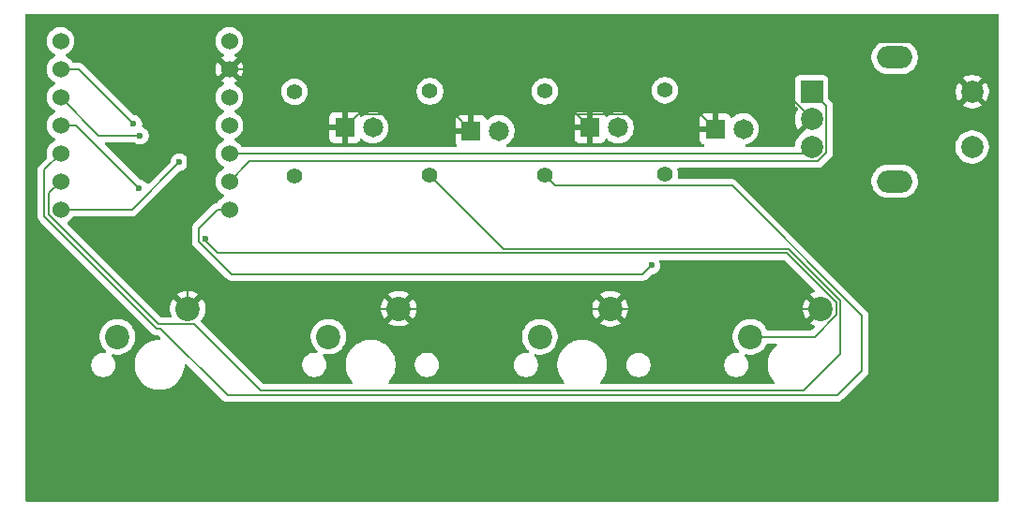
<source format=gbr>
%TF.GenerationSoftware,KiCad,Pcbnew,9.0.2*%
%TF.CreationDate,2025-06-28T18:10:06-07:00*%
%TF.ProjectId,pcb,7063622e-6b69-4636-9164-5f7063625858,rev?*%
%TF.SameCoordinates,Original*%
%TF.FileFunction,Copper,L2,Bot*%
%TF.FilePolarity,Positive*%
%FSLAX46Y46*%
G04 Gerber Fmt 4.6, Leading zero omitted, Abs format (unit mm)*
G04 Created by KiCad (PCBNEW 9.0.2) date 2025-06-28 18:10:06*
%MOMM*%
%LPD*%
G01*
G04 APERTURE LIST*
%TA.AperFunction,ComponentPad*%
%ADD10C,2.200000*%
%TD*%
%TA.AperFunction,ComponentPad*%
%ADD11C,1.524000*%
%TD*%
%TA.AperFunction,WasherPad*%
%ADD12O,3.200000X2.000000*%
%TD*%
%TA.AperFunction,ComponentPad*%
%ADD13R,2.000000X2.000000*%
%TD*%
%TA.AperFunction,ComponentPad*%
%ADD14C,2.000000*%
%TD*%
%TA.AperFunction,ComponentPad*%
%ADD15C,1.400000*%
%TD*%
%TA.AperFunction,ComponentPad*%
%ADD16R,1.815000X1.815000*%
%TD*%
%TA.AperFunction,ComponentPad*%
%ADD17C,1.815000*%
%TD*%
%TA.AperFunction,ViaPad*%
%ADD18C,0.600000*%
%TD*%
%TA.AperFunction,Conductor*%
%ADD19C,0.200000*%
%TD*%
G04 APERTURE END LIST*
D10*
%TO.P,SW3,2,2*%
%TO.N,Net-(U1-GPIO28{slash}ADC2{slash}A2)*%
X110540000Y-92710000D03*
%TO.P,SW3,1,1*%
%TO.N,GND*%
X116890000Y-90170000D03*
%TD*%
D11*
%TO.P,U1,1,GPIO26/ADC0/A0*%
%TO.N,Net-(U1-GPIO26{slash}ADC0{slash}A0)*%
X67250000Y-65980000D03*
%TO.P,U1,2,GPIO27/ADC1/A1*%
%TO.N,Net-(U1-GPIO27{slash}ADC1{slash}A1)*%
X67250000Y-68520000D03*
%TO.P,U1,3,GPIO28/ADC2/A2*%
%TO.N,Net-(U1-GPIO28{slash}ADC2{slash}A2)*%
X67250000Y-71060000D03*
%TO.P,U1,4,GPIO29/ADC3/A3*%
%TO.N,Net-(U1-GPIO29{slash}ADC3{slash}A3)*%
X67250000Y-73600000D03*
%TO.P,U1,5,GPIO6/SDA*%
%TO.N,Net-(U1-GPIO6{slash}SDA)*%
X67250000Y-76140000D03*
%TO.P,U1,6,GPIO7/SCL*%
%TO.N,Net-(U1-GPIO7{slash}SCL)*%
X67250000Y-78680000D03*
%TO.P,U1,7,GPIO0/TX*%
%TO.N,Net-(U1-GPIO0{slash}TX)*%
X67250000Y-81220000D03*
%TO.P,U1,8,GPIO1/RX*%
%TO.N,Net-(U1-GPIO1{slash}RX)*%
X82490000Y-81220000D03*
%TO.P,U1,9,GPIO2/SCK*%
%TO.N,Net-(U1-GPIO2{slash}SCK)*%
X82490000Y-78680000D03*
%TO.P,U1,10,GPIO4/MISO*%
%TO.N,Net-(U1-GPIO4{slash}MISO)*%
X82490000Y-76140000D03*
%TO.P,U1,11,GPIO3/MOSI*%
%TO.N,Net-(U1-GPIO3{slash}MOSI)*%
X82490000Y-73600000D03*
%TO.P,U1,12,3V3*%
%TO.N,unconnected-(U1-3V3-Pad12)_1*%
X82490000Y-71060000D03*
%TO.P,U1,13,GND*%
%TO.N,GND*%
X82490000Y-68520000D03*
%TO.P,U1,14,VBUS*%
%TO.N,unconnected-(U1-VBUS-Pad14)*%
X82490000Y-65980000D03*
%TD*%
D12*
%TO.P,SW5,*%
%TO.N,*%
X142570000Y-78650000D03*
X142570000Y-67450000D03*
D13*
%TO.P,SW5,A,A*%
%TO.N,Net-(U1-GPIO2{slash}SCK)*%
X135070000Y-70550000D03*
D14*
%TO.P,SW5,B,B*%
%TO.N,Net-(U1-GPIO4{slash}MISO)*%
X135070000Y-75550000D03*
%TO.P,SW5,C,C*%
%TO.N,GND*%
X135070000Y-73050000D03*
%TO.P,SW5,S1,S1*%
%TO.N,Net-(U1-GPIO3{slash}MOSI)*%
X149570000Y-75550000D03*
%TO.P,SW5,S2,S2*%
%TO.N,GND*%
X149570000Y-70550000D03*
%TD*%
D10*
%TO.P,SW4,1,1*%
%TO.N,GND*%
X135890000Y-90170000D03*
%TO.P,SW4,2,2*%
%TO.N,Net-(U1-GPIO29{slash}ADC3{slash}A3)*%
X129540000Y-92710000D03*
%TD*%
%TO.P,SW2,1,1*%
%TO.N,GND*%
X97800000Y-90160000D03*
%TO.P,SW2,2,2*%
%TO.N,Net-(U1-GPIO27{slash}ADC1{slash}A1)*%
X91450000Y-92700000D03*
%TD*%
%TO.P,SW1,1,1*%
%TO.N,GND*%
X78740000Y-90170000D03*
%TO.P,SW1,2,2*%
%TO.N,Net-(U1-GPIO26{slash}ADC0{slash}A0)*%
X72390000Y-92710000D03*
%TD*%
D15*
%TO.P,R4,1*%
%TO.N,Net-(U1-GPIO1{slash}RX)*%
X121830000Y-78040000D03*
%TO.P,R4,2*%
%TO.N,Net-(D4-PadA)*%
X121830000Y-70420000D03*
%TD*%
%TO.P,R3,1*%
%TO.N,Net-(U1-GPIO6{slash}SDA)*%
X110990000Y-78130000D03*
%TO.P,R3,2*%
%TO.N,Net-(D3-PadA)*%
X110990000Y-70510000D03*
%TD*%
%TO.P,R2,1*%
%TO.N,Net-(U1-GPIO7{slash}SCL)*%
X100600000Y-78130000D03*
%TO.P,R2,2*%
%TO.N,Net-(D2-PadA)*%
X100600000Y-70510000D03*
%TD*%
%TO.P,R1,1*%
%TO.N,Net-(U1-GPIO0{slash}TX)*%
X88380000Y-78170000D03*
%TO.P,R1,2*%
%TO.N,Net-(D1-PadA)*%
X88380000Y-70550000D03*
%TD*%
D16*
%TO.P,D4,C*%
%TO.N,GND*%
X126360000Y-73910000D03*
D17*
%TO.P,D4,A*%
%TO.N,Net-(D4-PadA)*%
X128900000Y-73910000D03*
%TD*%
D16*
%TO.P,D3,C*%
%TO.N,GND*%
X115060000Y-73810000D03*
D17*
%TO.P,D3,A*%
%TO.N,Net-(D3-PadA)*%
X117600000Y-73810000D03*
%TD*%
D16*
%TO.P,D2,C*%
%TO.N,GND*%
X104310000Y-74090000D03*
D17*
%TO.P,D2,A*%
%TO.N,Net-(D2-PadA)*%
X106850000Y-74090000D03*
%TD*%
D16*
%TO.P,D1,C*%
%TO.N,GND*%
X92920000Y-73810000D03*
D17*
%TO.P,D1,A*%
%TO.N,Net-(D1-PadA)*%
X95460000Y-73810000D03*
%TD*%
D18*
%TO.N,Net-(U1-GPIO1{slash}RX)*%
X120590000Y-86260000D03*
%TO.N,Net-(U1-GPIO0{slash}TX)*%
X78000000Y-76920000D03*
%TO.N,Net-(U1-GPIO29{slash}ADC3{slash}A3)*%
X74350000Y-79280000D03*
X80310000Y-83820000D03*
%TO.N,Net-(U1-GPIO28{slash}ADC2{slash}A2)*%
X74420000Y-74530000D03*
%TO.N,Net-(U1-GPIO27{slash}ADC1{slash}A1)*%
X73820000Y-73460000D03*
%TD*%
D19*
%TO.N,Net-(U1-GPIO1{slash}RX)*%
X119800000Y-87050000D02*
X120590000Y-86260000D01*
X82690057Y-87050000D02*
X119310000Y-87050000D01*
X79709000Y-84068943D02*
X82690057Y-87050000D01*
X81412370Y-81220000D02*
X79709000Y-82923370D01*
X119310000Y-87050000D02*
X119800000Y-87050000D01*
X82490000Y-81220000D02*
X81412370Y-81220000D01*
X79709000Y-82923370D02*
X79709000Y-84068943D01*
%TO.N,Net-(U1-GPIO4{slash}MISO)*%
X134480000Y-76140000D02*
X135070000Y-75550000D01*
X82490000Y-76140000D02*
X134480000Y-76140000D01*
%TO.N,Net-(U1-GPIO2{slash}SCK)*%
X136371000Y-71851000D02*
X135070000Y-70550000D01*
X135608892Y-76851000D02*
X136371000Y-76088892D01*
X84319000Y-76851000D02*
X135608892Y-76851000D01*
X82490000Y-78680000D02*
X84319000Y-76851000D01*
X136371000Y-76088892D02*
X136371000Y-71851000D01*
%TO.N,Net-(U1-GPIO6{slash}SDA)*%
X111901000Y-79041000D02*
X110990000Y-78130000D01*
X127876514Y-79041000D02*
X111901000Y-79041000D01*
X139631000Y-90795486D02*
X127876514Y-79041000D01*
X139631000Y-95747470D02*
X139631000Y-90795486D01*
X137376470Y-98002000D02*
X139631000Y-95747470D01*
X82333530Y-98002000D02*
X137376470Y-98002000D01*
X76303530Y-91972000D02*
X82333530Y-98002000D01*
X75931590Y-91972000D02*
X76303530Y-91972000D01*
X65786000Y-81826410D02*
X75931590Y-91972000D01*
X65786000Y-77604000D02*
X65786000Y-81826410D01*
X67250000Y-76140000D02*
X65786000Y-77604000D01*
%TO.N,Net-(U1-GPIO7{slash}SCL)*%
X107229000Y-84759000D02*
X100600000Y-78130000D01*
X133027414Y-84759000D02*
X107229000Y-84759000D01*
X137692000Y-89423586D02*
X133027414Y-84759000D01*
X137692000Y-94232816D02*
X137692000Y-89423586D01*
X134323816Y-97601000D02*
X137692000Y-94232816D01*
X85350314Y-97601000D02*
X134323816Y-97601000D01*
X79320314Y-91571000D02*
X85350314Y-97601000D01*
X76097690Y-91571000D02*
X79320314Y-91571000D01*
X66187000Y-81660310D02*
X76097690Y-91571000D01*
X66187000Y-79743000D02*
X66187000Y-81660310D01*
X67250000Y-78680000D02*
X66187000Y-79743000D01*
%TO.N,Net-(U1-GPIO0{slash}TX)*%
X73700000Y-81220000D02*
X78000000Y-76920000D01*
X67250000Y-81220000D02*
X73700000Y-81220000D01*
%TO.N,Net-(U1-GPIO29{slash}ADC3{slash}A3)*%
X74350000Y-79280000D02*
X68670000Y-73600000D01*
X68670000Y-73600000D02*
X67250000Y-73600000D01*
X137291000Y-89589686D02*
X132861314Y-85160000D01*
X137291000Y-90750314D02*
X137291000Y-89589686D01*
X80310000Y-84050000D02*
X80310000Y-83820000D01*
X132861314Y-85160000D02*
X81420000Y-85160000D01*
X135331314Y-92710000D02*
X137291000Y-90750314D01*
X81420000Y-85160000D02*
X80310000Y-84050000D01*
X129540000Y-92710000D02*
X135331314Y-92710000D01*
%TO.N,Net-(U1-GPIO28{slash}ADC2{slash}A2)*%
X74420000Y-74530000D02*
X70720000Y-74530000D01*
X70720000Y-74530000D02*
X67250000Y-71060000D01*
%TO.N,Net-(U1-GPIO27{slash}ADC1{slash}A1)*%
X73820000Y-73460000D02*
X68880000Y-68520000D01*
X68880000Y-68520000D02*
X67250000Y-68520000D01*
%TO.N,GND*%
X135890000Y-90170000D02*
X116890000Y-90170000D01*
X97810000Y-90170000D02*
X97800000Y-90160000D01*
X116890000Y-90170000D02*
X97810000Y-90170000D01*
X82610000Y-90160000D02*
X78740000Y-86290000D01*
X97800000Y-90160000D02*
X82610000Y-90160000D01*
X78740000Y-86290000D02*
X78740000Y-72270000D01*
X145119000Y-66099000D02*
X132811000Y-66099000D01*
X149570000Y-70550000D02*
X145119000Y-66099000D01*
X130390000Y-68520000D02*
X82490000Y-68520000D01*
X132811000Y-66099000D02*
X130390000Y-68520000D01*
X130540000Y-68520000D02*
X130390000Y-68520000D01*
X135070000Y-73050000D02*
X130540000Y-68520000D01*
X87780000Y-73810000D02*
X82490000Y-68520000D01*
X92920000Y-73810000D02*
X87780000Y-73810000D01*
X94128500Y-72601500D02*
X92920000Y-73810000D01*
X125051500Y-72601500D02*
X94128500Y-72601500D01*
X126360000Y-73910000D02*
X125051500Y-72601500D01*
X113851500Y-72601500D02*
X94128500Y-72601500D01*
X115060000Y-73810000D02*
X113851500Y-72601500D01*
X102821500Y-72601500D02*
X94128500Y-72601500D01*
X104310000Y-74090000D02*
X102821500Y-72601500D01*
X78740000Y-72270000D02*
X82490000Y-68520000D01*
X78740000Y-90170000D02*
X78740000Y-86290000D01*
%TD*%
%TA.AperFunction,Conductor*%
%TO.N,GND*%
G36*
X151872539Y-63510185D02*
G01*
X151918294Y-63562989D01*
X151929500Y-63614500D01*
X151929500Y-107495500D01*
X151909815Y-107562539D01*
X151857011Y-107608294D01*
X151805500Y-107619500D01*
X64214500Y-107619500D01*
X64147461Y-107599815D01*
X64101706Y-107547011D01*
X64090500Y-107495500D01*
X64090500Y-95163389D01*
X70019500Y-95163389D01*
X70019500Y-95336610D01*
X70045013Y-95497697D01*
X70046598Y-95507701D01*
X70100127Y-95672445D01*
X70178768Y-95826788D01*
X70280586Y-95966928D01*
X70403072Y-96089414D01*
X70543212Y-96191232D01*
X70697555Y-96269873D01*
X70862299Y-96323402D01*
X71033389Y-96350500D01*
X71033390Y-96350500D01*
X71206610Y-96350500D01*
X71206611Y-96350500D01*
X71377701Y-96323402D01*
X71542445Y-96269873D01*
X71696788Y-96191232D01*
X71836928Y-96089414D01*
X71959414Y-95966928D01*
X72061232Y-95826788D01*
X72139873Y-95672445D01*
X72193402Y-95507701D01*
X72220500Y-95336611D01*
X72220500Y-95163389D01*
X72193402Y-94992299D01*
X72139873Y-94827555D01*
X72061232Y-94673212D01*
X71959414Y-94533072D01*
X71907482Y-94481140D01*
X71873997Y-94419817D01*
X71878981Y-94350125D01*
X71920853Y-94294192D01*
X71986317Y-94269775D01*
X72014561Y-94270986D01*
X72015212Y-94271089D01*
X72015215Y-94271090D01*
X72264038Y-94310500D01*
X72264039Y-94310500D01*
X72515961Y-94310500D01*
X72515962Y-94310500D01*
X72764785Y-94271090D01*
X73004379Y-94193241D01*
X73228845Y-94078870D01*
X73432656Y-93930793D01*
X73610793Y-93752656D01*
X73758870Y-93548845D01*
X73873241Y-93324379D01*
X73951090Y-93084785D01*
X73990500Y-92835962D01*
X73990500Y-92584038D01*
X73951090Y-92335215D01*
X73873241Y-92095621D01*
X73873239Y-92095618D01*
X73873239Y-92095616D01*
X73812925Y-91977244D01*
X73758870Y-91871155D01*
X73685377Y-91770000D01*
X73610798Y-91667350D01*
X73610794Y-91667345D01*
X73432654Y-91489205D01*
X73432649Y-91489201D01*
X73228848Y-91341132D01*
X73228847Y-91341131D01*
X73228845Y-91341130D01*
X73158747Y-91305413D01*
X73004383Y-91226760D01*
X72764785Y-91148910D01*
X72701648Y-91138910D01*
X72515962Y-91109500D01*
X72264038Y-91109500D01*
X72139626Y-91129205D01*
X72015214Y-91148910D01*
X71775616Y-91226760D01*
X71551151Y-91341132D01*
X71347350Y-91489201D01*
X71347345Y-91489205D01*
X71169205Y-91667345D01*
X71169201Y-91667350D01*
X71021132Y-91871151D01*
X70906760Y-92095616D01*
X70828910Y-92335214D01*
X70789500Y-92584038D01*
X70789500Y-92835961D01*
X70828910Y-93084785D01*
X70906760Y-93324383D01*
X70971860Y-93452147D01*
X71016036Y-93538848D01*
X71021132Y-93548848D01*
X71169201Y-93752649D01*
X71169205Y-93752654D01*
X71169207Y-93752656D01*
X71347344Y-93930793D01*
X71347345Y-93930794D01*
X71347344Y-93930794D01*
X71353661Y-93935383D01*
X71396327Y-93990714D01*
X71402305Y-94060327D01*
X71369699Y-94122122D01*
X71308860Y-94156479D01*
X71261378Y-94158174D01*
X71206611Y-94149500D01*
X71033389Y-94149500D01*
X70993728Y-94155781D01*
X70862302Y-94176597D01*
X70697552Y-94230128D01*
X70543211Y-94308768D01*
X70486289Y-94350125D01*
X70403072Y-94410586D01*
X70403070Y-94410588D01*
X70403069Y-94410588D01*
X70280588Y-94533069D01*
X70280588Y-94533070D01*
X70280586Y-94533072D01*
X70236859Y-94593256D01*
X70178768Y-94673211D01*
X70100128Y-94827552D01*
X70046597Y-94992302D01*
X70019500Y-95163389D01*
X64090500Y-95163389D01*
X64090500Y-81905464D01*
X65185498Y-81905464D01*
X65226423Y-82058195D01*
X65255358Y-82108310D01*
X65255359Y-82108314D01*
X65255360Y-82108314D01*
X65298466Y-82182978D01*
X65305479Y-82195124D01*
X65305481Y-82195127D01*
X65424349Y-82313995D01*
X65424355Y-82314000D01*
X75446729Y-92336374D01*
X75446739Y-92336385D01*
X75451069Y-92340715D01*
X75451070Y-92340716D01*
X75562874Y-92452520D01*
X75649685Y-92502639D01*
X75649687Y-92502641D01*
X75687741Y-92524611D01*
X75699805Y-92531577D01*
X75852533Y-92572501D01*
X75852536Y-92572501D01*
X76003434Y-92572501D01*
X76070473Y-92592186D01*
X76091115Y-92608820D01*
X76270114Y-92787819D01*
X76303599Y-92849142D01*
X76298615Y-92918834D01*
X76256743Y-92974767D01*
X76191279Y-92999184D01*
X76182433Y-92999500D01*
X76052486Y-92999500D01*
X75774085Y-93036153D01*
X75760007Y-93038007D01*
X75646201Y-93068501D01*
X75475048Y-93114361D01*
X75475038Y-93114364D01*
X75202499Y-93227254D01*
X75202495Y-93227256D01*
X74947006Y-93374761D01*
X74712959Y-93554352D01*
X74712952Y-93554358D01*
X74504358Y-93762952D01*
X74504352Y-93762959D01*
X74324761Y-93997006D01*
X74177258Y-94252489D01*
X74177254Y-94252499D01*
X74064364Y-94525038D01*
X74064361Y-94525048D01*
X73990685Y-94800015D01*
X73988008Y-94810004D01*
X73988006Y-94810015D01*
X73949500Y-95102486D01*
X73949500Y-95397513D01*
X73980376Y-95632028D01*
X73988007Y-95689993D01*
X74062212Y-95966930D01*
X74064361Y-95974951D01*
X74064364Y-95974961D01*
X74177254Y-96247500D01*
X74177258Y-96247510D01*
X74324761Y-96502993D01*
X74504352Y-96737040D01*
X74504358Y-96737047D01*
X74712952Y-96945641D01*
X74712959Y-96945647D01*
X74947006Y-97125238D01*
X75202489Y-97272741D01*
X75202490Y-97272741D01*
X75202493Y-97272743D01*
X75475048Y-97385639D01*
X75760007Y-97461993D01*
X76052494Y-97500500D01*
X76052501Y-97500500D01*
X76347499Y-97500500D01*
X76347506Y-97500500D01*
X76639993Y-97461993D01*
X76924952Y-97385639D01*
X77197507Y-97272743D01*
X77452994Y-97125238D01*
X77687042Y-96945646D01*
X77895646Y-96737042D01*
X78075238Y-96502994D01*
X78222743Y-96247507D01*
X78335639Y-95974952D01*
X78411993Y-95689993D01*
X78450500Y-95397506D01*
X78450500Y-95267568D01*
X78470185Y-95200529D01*
X78522989Y-95154774D01*
X78592147Y-95144830D01*
X78655703Y-95173855D01*
X78662181Y-95179887D01*
X81964814Y-98482520D01*
X81964816Y-98482521D01*
X81964820Y-98482524D01*
X82101739Y-98561573D01*
X82101746Y-98561577D01*
X82254473Y-98602501D01*
X82254475Y-98602501D01*
X82420184Y-98602501D01*
X82420200Y-98602500D01*
X137289801Y-98602500D01*
X137289817Y-98602501D01*
X137297413Y-98602501D01*
X137455524Y-98602501D01*
X137455527Y-98602501D01*
X137608255Y-98561577D01*
X137658374Y-98532639D01*
X137745186Y-98482520D01*
X137856990Y-98370716D01*
X137856990Y-98370714D01*
X137867198Y-98360507D01*
X137867200Y-98360504D01*
X139999713Y-96227991D01*
X139999716Y-96227990D01*
X140111520Y-96116186D01*
X140161639Y-96029374D01*
X140190577Y-95979255D01*
X140231501Y-95826527D01*
X140231501Y-95668413D01*
X140231501Y-95660818D01*
X140231500Y-95660800D01*
X140231500Y-90884546D01*
X140231501Y-90884533D01*
X140231501Y-90716430D01*
X140213191Y-90648097D01*
X140190577Y-90563702D01*
X140190573Y-90563695D01*
X140111524Y-90426776D01*
X140111518Y-90426768D01*
X128364104Y-78679355D01*
X128357035Y-78672286D01*
X128357034Y-78672284D01*
X128245230Y-78560480D01*
X128245228Y-78560479D01*
X128245223Y-78560475D01*
X128195733Y-78531902D01*
X140469500Y-78531902D01*
X140469500Y-78768097D01*
X140506446Y-79001368D01*
X140579433Y-79225996D01*
X140646769Y-79358149D01*
X140686657Y-79436433D01*
X140825483Y-79627510D01*
X140992490Y-79794517D01*
X141183567Y-79933343D01*
X141226682Y-79955311D01*
X141394003Y-80040566D01*
X141394005Y-80040566D01*
X141394008Y-80040568D01*
X141492795Y-80072666D01*
X141618631Y-80113553D01*
X141851903Y-80150500D01*
X141851908Y-80150500D01*
X143288097Y-80150500D01*
X143521368Y-80113553D01*
X143745992Y-80040568D01*
X143956433Y-79933343D01*
X144147510Y-79794517D01*
X144314517Y-79627510D01*
X144453343Y-79436433D01*
X144560568Y-79225992D01*
X144633553Y-79001368D01*
X144641360Y-78952075D01*
X144670500Y-78768097D01*
X144670500Y-78531902D01*
X144633553Y-78298631D01*
X144599689Y-78194412D01*
X144560568Y-78074008D01*
X144560566Y-78074005D01*
X144560566Y-78074003D01*
X144495100Y-77945519D01*
X144453343Y-77863567D01*
X144314517Y-77672490D01*
X144147510Y-77505483D01*
X143956433Y-77366657D01*
X143887469Y-77331518D01*
X143745996Y-77259433D01*
X143521368Y-77186446D01*
X143288097Y-77149500D01*
X143288092Y-77149500D01*
X141851908Y-77149500D01*
X141851903Y-77149500D01*
X141618631Y-77186446D01*
X141394003Y-77259433D01*
X141183566Y-77366657D01*
X141095987Y-77430288D01*
X140992490Y-77505483D01*
X140992488Y-77505485D01*
X140992487Y-77505485D01*
X140825485Y-77672487D01*
X140825485Y-77672488D01*
X140825483Y-77672490D01*
X140790174Y-77721089D01*
X140686657Y-77863566D01*
X140579433Y-78074003D01*
X140506446Y-78298631D01*
X140469500Y-78531902D01*
X128195733Y-78531902D01*
X128138252Y-78498716D01*
X128138251Y-78498715D01*
X128138251Y-78498716D01*
X128108299Y-78481423D01*
X128101122Y-78479500D01*
X127955571Y-78440499D01*
X127797457Y-78440499D01*
X127789861Y-78440499D01*
X127789845Y-78440500D01*
X123127217Y-78440500D01*
X123060178Y-78420815D01*
X123014423Y-78368011D01*
X123004479Y-78298853D01*
X123004744Y-78297102D01*
X123030500Y-78134486D01*
X123030500Y-77945513D01*
X123000940Y-77758881D01*
X122979551Y-77693053D01*
X122953804Y-77613816D01*
X122951810Y-77543978D01*
X122987889Y-77484145D01*
X123050590Y-77453316D01*
X123071736Y-77451500D01*
X135522223Y-77451500D01*
X135522239Y-77451501D01*
X135529835Y-77451501D01*
X135687946Y-77451501D01*
X135687949Y-77451501D01*
X135840677Y-77410577D01*
X135900051Y-77376297D01*
X135977608Y-77331520D01*
X136089412Y-77219716D01*
X136089412Y-77219714D01*
X136099616Y-77209511D01*
X136099620Y-77209506D01*
X136729506Y-76579620D01*
X136729511Y-76579616D01*
X136739714Y-76569412D01*
X136739716Y-76569412D01*
X136851520Y-76457608D01*
X136930577Y-76320676D01*
X136971500Y-76167949D01*
X136971500Y-75431902D01*
X148069500Y-75431902D01*
X148069500Y-75668097D01*
X148106446Y-75901368D01*
X148179433Y-76125996D01*
X148237196Y-76239361D01*
X148286657Y-76336433D01*
X148425483Y-76527510D01*
X148592490Y-76694517D01*
X148783567Y-76833343D01*
X148857993Y-76871265D01*
X148994003Y-76940566D01*
X148994005Y-76940566D01*
X148994008Y-76940568D01*
X149061397Y-76962464D01*
X149218631Y-77013553D01*
X149451903Y-77050500D01*
X149451908Y-77050500D01*
X149688097Y-77050500D01*
X149921368Y-77013553D01*
X149966637Y-76998844D01*
X150145992Y-76940568D01*
X150356433Y-76833343D01*
X150547510Y-76694517D01*
X150714517Y-76527510D01*
X150853343Y-76336433D01*
X150960568Y-76125992D01*
X151033553Y-75901368D01*
X151070500Y-75668097D01*
X151070500Y-75431902D01*
X151033553Y-75198631D01*
X150988374Y-75059586D01*
X150960568Y-74974008D01*
X150960566Y-74974005D01*
X150960566Y-74974003D01*
X150886149Y-74827953D01*
X150853343Y-74763567D01*
X150714517Y-74572490D01*
X150547510Y-74405483D01*
X150356433Y-74266657D01*
X150346693Y-74261694D01*
X150145996Y-74159433D01*
X149921368Y-74086446D01*
X149688097Y-74049500D01*
X149688092Y-74049500D01*
X149451908Y-74049500D01*
X149451903Y-74049500D01*
X149218631Y-74086446D01*
X148994003Y-74159433D01*
X148783566Y-74266657D01*
X148698043Y-74328794D01*
X148592490Y-74405483D01*
X148592488Y-74405485D01*
X148592487Y-74405485D01*
X148425485Y-74572487D01*
X148425485Y-74572488D01*
X148425483Y-74572490D01*
X148399072Y-74608842D01*
X148286657Y-74763566D01*
X148179433Y-74974003D01*
X148106446Y-75198631D01*
X148069500Y-75431902D01*
X136971500Y-75431902D01*
X136971500Y-71930060D01*
X136971501Y-71930057D01*
X136971501Y-71771943D01*
X136930577Y-71619215D01*
X136880539Y-71532547D01*
X136851520Y-71482284D01*
X136739716Y-71370480D01*
X136739715Y-71370479D01*
X136735385Y-71366149D01*
X136735374Y-71366139D01*
X136606818Y-71237583D01*
X136573333Y-71176260D01*
X136570499Y-71149902D01*
X136570499Y-70431947D01*
X148070000Y-70431947D01*
X148070000Y-70668052D01*
X148106934Y-70901247D01*
X148179897Y-71125802D01*
X148287087Y-71336174D01*
X148347338Y-71419104D01*
X148347340Y-71419105D01*
X149087037Y-70679408D01*
X149104075Y-70742993D01*
X149169901Y-70857007D01*
X149262993Y-70950099D01*
X149377007Y-71015925D01*
X149440590Y-71032962D01*
X148700893Y-71772658D01*
X148783828Y-71832914D01*
X148994197Y-71940102D01*
X149218752Y-72013065D01*
X149218751Y-72013065D01*
X149451948Y-72050000D01*
X149688052Y-72050000D01*
X149921247Y-72013065D01*
X150145802Y-71940102D01*
X150356163Y-71832918D01*
X150356169Y-71832914D01*
X150439104Y-71772658D01*
X150439105Y-71772658D01*
X149699408Y-71032962D01*
X149762993Y-71015925D01*
X149877007Y-70950099D01*
X149970099Y-70857007D01*
X150035925Y-70742993D01*
X150052962Y-70679409D01*
X150792658Y-71419105D01*
X150792658Y-71419104D01*
X150852914Y-71336169D01*
X150852918Y-71336163D01*
X150960102Y-71125802D01*
X151033065Y-70901247D01*
X151070000Y-70668052D01*
X151070000Y-70431947D01*
X151033065Y-70198752D01*
X150960102Y-69974197D01*
X150852914Y-69763828D01*
X150792658Y-69680894D01*
X150792658Y-69680893D01*
X150052962Y-70420590D01*
X150035925Y-70357007D01*
X149970099Y-70242993D01*
X149877007Y-70149901D01*
X149762993Y-70084075D01*
X149699409Y-70067037D01*
X150439105Y-69327340D01*
X150439104Y-69327338D01*
X150356174Y-69267087D01*
X150145802Y-69159897D01*
X149921247Y-69086934D01*
X149921248Y-69086934D01*
X149688052Y-69050000D01*
X149451948Y-69050000D01*
X149218752Y-69086934D01*
X148994197Y-69159897D01*
X148783830Y-69267084D01*
X148700894Y-69327340D01*
X149440591Y-70067037D01*
X149377007Y-70084075D01*
X149262993Y-70149901D01*
X149169901Y-70242993D01*
X149104075Y-70357007D01*
X149087037Y-70420591D01*
X148347340Y-69680894D01*
X148287084Y-69763830D01*
X148179897Y-69974197D01*
X148106934Y-70198752D01*
X148070000Y-70431947D01*
X136570499Y-70431947D01*
X136570499Y-69502129D01*
X136570498Y-69502123D01*
X136564091Y-69442517D01*
X136562203Y-69437454D01*
X136554922Y-69417931D01*
X136513797Y-69307671D01*
X136513793Y-69307664D01*
X136427547Y-69192455D01*
X136427544Y-69192452D01*
X136312335Y-69106206D01*
X136312328Y-69106202D01*
X136177482Y-69055908D01*
X136177483Y-69055908D01*
X136117883Y-69049501D01*
X136117881Y-69049500D01*
X136117873Y-69049500D01*
X136117864Y-69049500D01*
X134022129Y-69049500D01*
X134022123Y-69049501D01*
X133962516Y-69055908D01*
X133827671Y-69106202D01*
X133827664Y-69106206D01*
X133712455Y-69192452D01*
X133712452Y-69192455D01*
X133626206Y-69307664D01*
X133626202Y-69307671D01*
X133575908Y-69442517D01*
X133569501Y-69502116D01*
X133569501Y-69502123D01*
X133569500Y-69502135D01*
X133569500Y-71597870D01*
X133569501Y-71597876D01*
X133575908Y-71657483D01*
X133626202Y-71792328D01*
X133626206Y-71792335D01*
X133712452Y-71907544D01*
X133712453Y-71907544D01*
X133712454Y-71907546D01*
X133742525Y-71930057D01*
X133830599Y-71995990D01*
X133872469Y-72051924D01*
X133877453Y-72121615D01*
X133856605Y-72168141D01*
X133787087Y-72263824D01*
X133679897Y-72474197D01*
X133606934Y-72698752D01*
X133570000Y-72931947D01*
X133570000Y-73168052D01*
X133606934Y-73401247D01*
X133679897Y-73625802D01*
X133787087Y-73836174D01*
X133847338Y-73919104D01*
X133847340Y-73919105D01*
X134587037Y-73179408D01*
X134604075Y-73242993D01*
X134669901Y-73357007D01*
X134762993Y-73450099D01*
X134877007Y-73515925D01*
X134940589Y-73532962D01*
X134194280Y-74279271D01*
X134185105Y-74322947D01*
X134148739Y-74364615D01*
X134092490Y-74405482D01*
X133925485Y-74572487D01*
X133925485Y-74572488D01*
X133925483Y-74572490D01*
X133899072Y-74608842D01*
X133786657Y-74763566D01*
X133679433Y-74974003D01*
X133606446Y-75198631D01*
X133569026Y-75434898D01*
X133539097Y-75498033D01*
X133479785Y-75534964D01*
X133446553Y-75539500D01*
X129187888Y-75539500D01*
X129120849Y-75519815D01*
X129075094Y-75467011D01*
X129065150Y-75397853D01*
X129094175Y-75334297D01*
X129152953Y-75296523D01*
X129168490Y-75293027D01*
X129229707Y-75283331D01*
X129237318Y-75280858D01*
X129440484Y-75214845D01*
X129637953Y-75114230D01*
X129817251Y-74983962D01*
X129973962Y-74827251D01*
X130104230Y-74647953D01*
X130204845Y-74450484D01*
X130273331Y-74239707D01*
X130277086Y-74216000D01*
X130308000Y-74020817D01*
X130308000Y-73799182D01*
X130273331Y-73580292D01*
X130227266Y-73438521D01*
X130204845Y-73369516D01*
X130204843Y-73369513D01*
X130204843Y-73369511D01*
X130131980Y-73226510D01*
X130104230Y-73172047D01*
X129973962Y-72992749D01*
X129817251Y-72836038D01*
X129637953Y-72705770D01*
X129607515Y-72690261D01*
X129440488Y-72605156D01*
X129229707Y-72536668D01*
X129010817Y-72502000D01*
X129010812Y-72502000D01*
X128789188Y-72502000D01*
X128789183Y-72502000D01*
X128570292Y-72536668D01*
X128359511Y-72605156D01*
X128162046Y-72705770D01*
X128086835Y-72760415D01*
X127982749Y-72836038D01*
X127982747Y-72836040D01*
X127982745Y-72836041D01*
X127941693Y-72877093D01*
X127880370Y-72910578D01*
X127810678Y-72905592D01*
X127754745Y-72863720D01*
X127737831Y-72832743D01*
X127710855Y-72760415D01*
X127710850Y-72760406D01*
X127624690Y-72645312D01*
X127624687Y-72645309D01*
X127509593Y-72559149D01*
X127509586Y-72559145D01*
X127374879Y-72508903D01*
X127374872Y-72508901D01*
X127315344Y-72502500D01*
X126610000Y-72502500D01*
X126610000Y-73355743D01*
X126593521Y-73346229D01*
X126439650Y-73305000D01*
X126280350Y-73305000D01*
X126126479Y-73346229D01*
X126110000Y-73355743D01*
X126110000Y-72502500D01*
X125404655Y-72502500D01*
X125345127Y-72508901D01*
X125345120Y-72508903D01*
X125210413Y-72559145D01*
X125210406Y-72559149D01*
X125095312Y-72645309D01*
X125095309Y-72645312D01*
X125009149Y-72760406D01*
X125009145Y-72760413D01*
X124958903Y-72895120D01*
X124958901Y-72895127D01*
X124952500Y-72954655D01*
X124952500Y-73660000D01*
X125805743Y-73660000D01*
X125796229Y-73676479D01*
X125755000Y-73830350D01*
X125755000Y-73989650D01*
X125796229Y-74143521D01*
X125805743Y-74160000D01*
X124952500Y-74160000D01*
X124952500Y-74865344D01*
X124958901Y-74924872D01*
X124958903Y-74924879D01*
X125009145Y-75059586D01*
X125009149Y-75059593D01*
X125095309Y-75174687D01*
X125095312Y-75174690D01*
X125210406Y-75260850D01*
X125210413Y-75260854D01*
X125313540Y-75299318D01*
X125369474Y-75341189D01*
X125393891Y-75406653D01*
X125379039Y-75474926D01*
X125329634Y-75524332D01*
X125270207Y-75539500D01*
X107623081Y-75539500D01*
X107556042Y-75519815D01*
X107510287Y-75467011D01*
X107500343Y-75397853D01*
X107529368Y-75334297D01*
X107566786Y-75305015D01*
X107587953Y-75294230D01*
X107767251Y-75163962D01*
X107923962Y-75007251D01*
X108054230Y-74827953D01*
X108154845Y-74630484D01*
X108223331Y-74419707D01*
X108227383Y-74394121D01*
X108258000Y-74200817D01*
X108258000Y-73979182D01*
X108223331Y-73760292D01*
X108179632Y-73625802D01*
X108154845Y-73549516D01*
X108154843Y-73549513D01*
X108154843Y-73549511D01*
X108091849Y-73425879D01*
X108054230Y-73352047D01*
X107923962Y-73172749D01*
X107767251Y-73016038D01*
X107587953Y-72885770D01*
X107526887Y-72854655D01*
X113652500Y-72854655D01*
X113652500Y-73560000D01*
X114505743Y-73560000D01*
X114496229Y-73576479D01*
X114455000Y-73730350D01*
X114455000Y-73889650D01*
X114496229Y-74043521D01*
X114505743Y-74060000D01*
X113652500Y-74060000D01*
X113652500Y-74765344D01*
X113658901Y-74824872D01*
X113658903Y-74824879D01*
X113709145Y-74959586D01*
X113709149Y-74959593D01*
X113795309Y-75074687D01*
X113795312Y-75074690D01*
X113910406Y-75160850D01*
X113910413Y-75160854D01*
X114045120Y-75211096D01*
X114045127Y-75211098D01*
X114104655Y-75217499D01*
X114104672Y-75217500D01*
X114810000Y-75217500D01*
X114810000Y-74364256D01*
X114826479Y-74373771D01*
X114980350Y-74415000D01*
X115139650Y-74415000D01*
X115293521Y-74373771D01*
X115310000Y-74364256D01*
X115310000Y-75217500D01*
X116015328Y-75217500D01*
X116015344Y-75217499D01*
X116074872Y-75211098D01*
X116074879Y-75211096D01*
X116209586Y-75160854D01*
X116209593Y-75160850D01*
X116324687Y-75074690D01*
X116324690Y-75074687D01*
X116410850Y-74959593D01*
X116410853Y-74959588D01*
X116437830Y-74887257D01*
X116479701Y-74831322D01*
X116545165Y-74806904D01*
X116613438Y-74821755D01*
X116641694Y-74842907D01*
X116682749Y-74883962D01*
X116862047Y-75014230D01*
X116913189Y-75040288D01*
X117059511Y-75114843D01*
X117059513Y-75114843D01*
X117059516Y-75114845D01*
X117161387Y-75147945D01*
X117270292Y-75183331D01*
X117489183Y-75218000D01*
X117489188Y-75218000D01*
X117710817Y-75218000D01*
X117929707Y-75183331D01*
X117989318Y-75163962D01*
X118140484Y-75114845D01*
X118337953Y-75014230D01*
X118517251Y-74883962D01*
X118673962Y-74727251D01*
X118804230Y-74547953D01*
X118904845Y-74350484D01*
X118973331Y-74139707D01*
X118981204Y-74090000D01*
X119008000Y-73920817D01*
X119008000Y-73699182D01*
X118973331Y-73480292D01*
X118937337Y-73369516D01*
X118904845Y-73269516D01*
X118904843Y-73269513D01*
X118904843Y-73269511D01*
X118826536Y-73115826D01*
X118804230Y-73072047D01*
X118793365Y-73057093D01*
X118769496Y-73024239D01*
X118769494Y-73024237D01*
X118740386Y-72984174D01*
X118673962Y-72892749D01*
X118517251Y-72736038D01*
X118337953Y-72605770D01*
X118295374Y-72584075D01*
X118140488Y-72505156D01*
X117929707Y-72436668D01*
X117710817Y-72402000D01*
X117710812Y-72402000D01*
X117489188Y-72402000D01*
X117489183Y-72402000D01*
X117270292Y-72436668D01*
X117059511Y-72505156D01*
X116862046Y-72605770D01*
X116786835Y-72660415D01*
X116682749Y-72736038D01*
X116682747Y-72736040D01*
X116682745Y-72736041D01*
X116641693Y-72777093D01*
X116580370Y-72810578D01*
X116510678Y-72805592D01*
X116454745Y-72763720D01*
X116437831Y-72732743D01*
X116410855Y-72660415D01*
X116410850Y-72660406D01*
X116324690Y-72545312D01*
X116324687Y-72545309D01*
X116209593Y-72459149D01*
X116209586Y-72459145D01*
X116074879Y-72408903D01*
X116074872Y-72408901D01*
X116015344Y-72402500D01*
X115310000Y-72402500D01*
X115310000Y-73255743D01*
X115293521Y-73246229D01*
X115139650Y-73205000D01*
X114980350Y-73205000D01*
X114826479Y-73246229D01*
X114810000Y-73255743D01*
X114810000Y-72402500D01*
X114104655Y-72402500D01*
X114045127Y-72408901D01*
X114045120Y-72408903D01*
X113910413Y-72459145D01*
X113910406Y-72459149D01*
X113795312Y-72545309D01*
X113795309Y-72545312D01*
X113709149Y-72660406D01*
X113709145Y-72660413D01*
X113658903Y-72795120D01*
X113658901Y-72795127D01*
X113652500Y-72854655D01*
X107526887Y-72854655D01*
X107390488Y-72785156D01*
X107179707Y-72716668D01*
X106960817Y-72682000D01*
X106960812Y-72682000D01*
X106739188Y-72682000D01*
X106739183Y-72682000D01*
X106520292Y-72716668D01*
X106309511Y-72785156D01*
X106112046Y-72885770D01*
X106024040Y-72949711D01*
X105932749Y-73016038D01*
X105932747Y-73016040D01*
X105932745Y-73016041D01*
X105891693Y-73057093D01*
X105830370Y-73090578D01*
X105760678Y-73085592D01*
X105704745Y-73043720D01*
X105687831Y-73012743D01*
X105660855Y-72940415D01*
X105660850Y-72940406D01*
X105574690Y-72825312D01*
X105574687Y-72825309D01*
X105459593Y-72739149D01*
X105459586Y-72739145D01*
X105324879Y-72688903D01*
X105324872Y-72688901D01*
X105265344Y-72682500D01*
X104560000Y-72682500D01*
X104560000Y-73535743D01*
X104543521Y-73526229D01*
X104389650Y-73485000D01*
X104230350Y-73485000D01*
X104076479Y-73526229D01*
X104060000Y-73535743D01*
X104060000Y-72682500D01*
X103354655Y-72682500D01*
X103295127Y-72688901D01*
X103295120Y-72688903D01*
X103160413Y-72739145D01*
X103160406Y-72739149D01*
X103045312Y-72825309D01*
X103045309Y-72825312D01*
X102959149Y-72940406D01*
X102959145Y-72940413D01*
X102908903Y-73075120D01*
X102908901Y-73075127D01*
X102902500Y-73134655D01*
X102902500Y-73840000D01*
X103755743Y-73840000D01*
X103746229Y-73856479D01*
X103705000Y-74010350D01*
X103705000Y-74169650D01*
X103746229Y-74323521D01*
X103755743Y-74340000D01*
X102902500Y-74340000D01*
X102902500Y-75045344D01*
X102908901Y-75104872D01*
X102908903Y-75104879D01*
X102959145Y-75239586D01*
X102959146Y-75239588D01*
X103035205Y-75341189D01*
X103059622Y-75406653D01*
X103044771Y-75474926D01*
X102995366Y-75524332D01*
X102935938Y-75539500D01*
X83676730Y-75539500D01*
X83609691Y-75519815D01*
X83572808Y-75482133D01*
X83572651Y-75482248D01*
X83571872Y-75481176D01*
X83571000Y-75480285D01*
X83569789Y-75478309D01*
X83567331Y-75474926D01*
X83452981Y-75317536D01*
X83312464Y-75177019D01*
X83151694Y-75060213D01*
X82995218Y-74980484D01*
X82944423Y-74932510D01*
X82927628Y-74864689D01*
X82950165Y-74798554D01*
X82995218Y-74759515D01*
X83151694Y-74679787D01*
X83312464Y-74562981D01*
X83452981Y-74422464D01*
X83569787Y-74261694D01*
X83660005Y-74084632D01*
X83681100Y-74019707D01*
X83697147Y-73970320D01*
X83710410Y-73929500D01*
X83721413Y-73895636D01*
X83752500Y-73699361D01*
X83752500Y-73500639D01*
X83721413Y-73304364D01*
X83678649Y-73172749D01*
X83660006Y-73115370D01*
X83660005Y-73115367D01*
X83578117Y-72954655D01*
X83569787Y-72938306D01*
X83569785Y-72938303D01*
X83569784Y-72938301D01*
X83559566Y-72924237D01*
X83559565Y-72924236D01*
X83509011Y-72854655D01*
X91512500Y-72854655D01*
X91512500Y-73560000D01*
X92365743Y-73560000D01*
X92356229Y-73576479D01*
X92315000Y-73730350D01*
X92315000Y-73889650D01*
X92356229Y-74043521D01*
X92365743Y-74060000D01*
X91512500Y-74060000D01*
X91512500Y-74765344D01*
X91518901Y-74824872D01*
X91518903Y-74824879D01*
X91569145Y-74959586D01*
X91569149Y-74959593D01*
X91655309Y-75074687D01*
X91655312Y-75074690D01*
X91770406Y-75160850D01*
X91770413Y-75160854D01*
X91905120Y-75211096D01*
X91905127Y-75211098D01*
X91964655Y-75217499D01*
X91964672Y-75217500D01*
X92670000Y-75217500D01*
X92670000Y-74364256D01*
X92686479Y-74373771D01*
X92840350Y-74415000D01*
X92999650Y-74415000D01*
X93153521Y-74373771D01*
X93170000Y-74364256D01*
X93170000Y-75217500D01*
X93875328Y-75217500D01*
X93875344Y-75217499D01*
X93934872Y-75211098D01*
X93934879Y-75211096D01*
X94069586Y-75160854D01*
X94069593Y-75160850D01*
X94184687Y-75074690D01*
X94184690Y-75074687D01*
X94270850Y-74959593D01*
X94270853Y-74959588D01*
X94297830Y-74887257D01*
X94339701Y-74831322D01*
X94405165Y-74806904D01*
X94473438Y-74821755D01*
X94501694Y-74842907D01*
X94542749Y-74883962D01*
X94722047Y-75014230D01*
X94773189Y-75040288D01*
X94919511Y-75114843D01*
X94919513Y-75114843D01*
X94919516Y-75114845D01*
X95021387Y-75147945D01*
X95130292Y-75183331D01*
X95349183Y-75218000D01*
X95349188Y-75218000D01*
X95570817Y-75218000D01*
X95789707Y-75183331D01*
X95849318Y-75163962D01*
X96000484Y-75114845D01*
X96197953Y-75014230D01*
X96377251Y-74883962D01*
X96533962Y-74727251D01*
X96664230Y-74547953D01*
X96764845Y-74350484D01*
X96833331Y-74139707D01*
X96841204Y-74090000D01*
X96868000Y-73920817D01*
X96868000Y-73699182D01*
X96833331Y-73480292D01*
X96797337Y-73369516D01*
X96764845Y-73269516D01*
X96764843Y-73269513D01*
X96764843Y-73269511D01*
X96739419Y-73219615D01*
X96699362Y-73140997D01*
X96664231Y-73072048D01*
X96606616Y-72992749D01*
X96533962Y-72892749D01*
X96377251Y-72736038D01*
X96197953Y-72605770D01*
X96155374Y-72584075D01*
X96000488Y-72505156D01*
X95789707Y-72436668D01*
X95570817Y-72402000D01*
X95570812Y-72402000D01*
X95349188Y-72402000D01*
X95349183Y-72402000D01*
X95130292Y-72436668D01*
X94919511Y-72505156D01*
X94722046Y-72605770D01*
X94646835Y-72660415D01*
X94542749Y-72736038D01*
X94542747Y-72736040D01*
X94542745Y-72736041D01*
X94501693Y-72777093D01*
X94440370Y-72810578D01*
X94370678Y-72805592D01*
X94314745Y-72763720D01*
X94297831Y-72732743D01*
X94270855Y-72660415D01*
X94270850Y-72660406D01*
X94184690Y-72545312D01*
X94184687Y-72545309D01*
X94069593Y-72459149D01*
X94069586Y-72459145D01*
X93934879Y-72408903D01*
X93934872Y-72408901D01*
X93875344Y-72402500D01*
X93170000Y-72402500D01*
X93170000Y-73255743D01*
X93153521Y-73246229D01*
X92999650Y-73205000D01*
X92840350Y-73205000D01*
X92686479Y-73246229D01*
X92670000Y-73255743D01*
X92670000Y-72402500D01*
X91964655Y-72402500D01*
X91905127Y-72408901D01*
X91905120Y-72408903D01*
X91770413Y-72459145D01*
X91770406Y-72459149D01*
X91655312Y-72545309D01*
X91655309Y-72545312D01*
X91569149Y-72660406D01*
X91569145Y-72660413D01*
X91518903Y-72795120D01*
X91518901Y-72795127D01*
X91512500Y-72854655D01*
X83509011Y-72854655D01*
X83473365Y-72805592D01*
X83452981Y-72777536D01*
X83312464Y-72637019D01*
X83151694Y-72520213D01*
X82995218Y-72440484D01*
X82944423Y-72392510D01*
X82927628Y-72324689D01*
X82950165Y-72258554D01*
X82995218Y-72219515D01*
X83151694Y-72139787D01*
X83312464Y-72022981D01*
X83452981Y-71882464D01*
X83569787Y-71721694D01*
X83660005Y-71544632D01*
X83721413Y-71355636D01*
X83752500Y-71159361D01*
X83752500Y-70960639D01*
X83721413Y-70764364D01*
X83682461Y-70644481D01*
X83660006Y-70575370D01*
X83660005Y-70575367D01*
X83625140Y-70506942D01*
X83613539Y-70484174D01*
X83598935Y-70455513D01*
X87179500Y-70455513D01*
X87179500Y-70644486D01*
X87209059Y-70831118D01*
X87267454Y-71010836D01*
X87353240Y-71179199D01*
X87464310Y-71332073D01*
X87597927Y-71465690D01*
X87750801Y-71576760D01*
X87792232Y-71597870D01*
X87919163Y-71662545D01*
X87919165Y-71662545D01*
X87919168Y-71662547D01*
X88015497Y-71693846D01*
X88098881Y-71720940D01*
X88285514Y-71750500D01*
X88285519Y-71750500D01*
X88474486Y-71750500D01*
X88661118Y-71720940D01*
X88840832Y-71662547D01*
X89009199Y-71576760D01*
X89162073Y-71465690D01*
X89295690Y-71332073D01*
X89406760Y-71179199D01*
X89492547Y-71010832D01*
X89550940Y-70831118D01*
X89561513Y-70764362D01*
X89580500Y-70644486D01*
X89580500Y-70455514D01*
X89576466Y-70430046D01*
X89576466Y-70430045D01*
X89574164Y-70415513D01*
X99399500Y-70415513D01*
X99399500Y-70604486D01*
X99429059Y-70791118D01*
X99487454Y-70970836D01*
X99566414Y-71125802D01*
X99573240Y-71139199D01*
X99684310Y-71292073D01*
X99817927Y-71425690D01*
X99970801Y-71536760D01*
X99986251Y-71544632D01*
X100139163Y-71622545D01*
X100139165Y-71622545D01*
X100139168Y-71622547D01*
X100235497Y-71653846D01*
X100318881Y-71680940D01*
X100505514Y-71710500D01*
X100505519Y-71710500D01*
X100694486Y-71710500D01*
X100881118Y-71680940D01*
X100937725Y-71662547D01*
X101060832Y-71622547D01*
X101064850Y-71620500D01*
X101067375Y-71619213D01*
X101229199Y-71536760D01*
X101382073Y-71425690D01*
X101515690Y-71292073D01*
X101626760Y-71139199D01*
X101712547Y-70970832D01*
X101770940Y-70791118D01*
X101778562Y-70742993D01*
X101800500Y-70604486D01*
X101800500Y-70415513D01*
X109789500Y-70415513D01*
X109789500Y-70604486D01*
X109819059Y-70791118D01*
X109877454Y-70970836D01*
X109956414Y-71125802D01*
X109963240Y-71139199D01*
X110074310Y-71292073D01*
X110207927Y-71425690D01*
X110360801Y-71536760D01*
X110376251Y-71544632D01*
X110529163Y-71622545D01*
X110529165Y-71622545D01*
X110529168Y-71622547D01*
X110625497Y-71653846D01*
X110708881Y-71680940D01*
X110895514Y-71710500D01*
X110895519Y-71710500D01*
X111084486Y-71710500D01*
X111271118Y-71680940D01*
X111327725Y-71662547D01*
X111450832Y-71622547D01*
X111454850Y-71620500D01*
X111457375Y-71619213D01*
X111619199Y-71536760D01*
X111772073Y-71425690D01*
X111905690Y-71292073D01*
X112016760Y-71139199D01*
X112102547Y-70970832D01*
X112160940Y-70791118D01*
X112168562Y-70742993D01*
X112190500Y-70604486D01*
X112190500Y-70415513D01*
X112178547Y-70340045D01*
X112176245Y-70325513D01*
X120629500Y-70325513D01*
X120629500Y-70514486D01*
X120659059Y-70701118D01*
X120717454Y-70880836D01*
X120763310Y-70970832D01*
X120803240Y-71049199D01*
X120914310Y-71202073D01*
X121047927Y-71335690D01*
X121200801Y-71446760D01*
X121255297Y-71474527D01*
X121369163Y-71532545D01*
X121369165Y-71532545D01*
X121369168Y-71532547D01*
X121406362Y-71544632D01*
X121548881Y-71590940D01*
X121735514Y-71620500D01*
X121735519Y-71620500D01*
X121924486Y-71620500D01*
X122111118Y-71590940D01*
X122154762Y-71576759D01*
X122290832Y-71532547D01*
X122459199Y-71446760D01*
X122612073Y-71335690D01*
X122745690Y-71202073D01*
X122856760Y-71049199D01*
X122942547Y-70880832D01*
X123000940Y-70701118D01*
X123009910Y-70644486D01*
X123030500Y-70514486D01*
X123030500Y-70325513D01*
X123000940Y-70138881D01*
X122942545Y-69959163D01*
X122860173Y-69797500D01*
X122856760Y-69790801D01*
X122745690Y-69637927D01*
X122612073Y-69504310D01*
X122459199Y-69393240D01*
X122431367Y-69379059D01*
X122290836Y-69307454D01*
X122111118Y-69249059D01*
X121924486Y-69219500D01*
X121924481Y-69219500D01*
X121735519Y-69219500D01*
X121735514Y-69219500D01*
X121548881Y-69249059D01*
X121369163Y-69307454D01*
X121200800Y-69393240D01*
X121139947Y-69437453D01*
X121047927Y-69504310D01*
X121047925Y-69504312D01*
X121047924Y-69504312D01*
X120914312Y-69637924D01*
X120914312Y-69637925D01*
X120914310Y-69637927D01*
X120876473Y-69690005D01*
X120803240Y-69790800D01*
X120717454Y-69959163D01*
X120659059Y-70138881D01*
X120629500Y-70325513D01*
X112176245Y-70325513D01*
X112160940Y-70228881D01*
X112102545Y-70049163D01*
X112026646Y-69900204D01*
X112016760Y-69880801D01*
X111905690Y-69727927D01*
X111772073Y-69594310D01*
X111619199Y-69483240D01*
X111618685Y-69482978D01*
X111450836Y-69397454D01*
X111271118Y-69339059D01*
X111084486Y-69309500D01*
X111084481Y-69309500D01*
X110895519Y-69309500D01*
X110895514Y-69309500D01*
X110708881Y-69339059D01*
X110529163Y-69397454D01*
X110360800Y-69483240D01*
X110305746Y-69523240D01*
X110207927Y-69594310D01*
X110207925Y-69594312D01*
X110207924Y-69594312D01*
X110074312Y-69727924D01*
X110074312Y-69727925D01*
X110074310Y-69727927D01*
X110045250Y-69767925D01*
X109963240Y-69880800D01*
X109877454Y-70049163D01*
X109819059Y-70228881D01*
X109789500Y-70415513D01*
X101800500Y-70415513D01*
X101770940Y-70228881D01*
X101712545Y-70049163D01*
X101636646Y-69900204D01*
X101626760Y-69880801D01*
X101515690Y-69727927D01*
X101382073Y-69594310D01*
X101229199Y-69483240D01*
X101228685Y-69482978D01*
X101060836Y-69397454D01*
X100881118Y-69339059D01*
X100694486Y-69309500D01*
X100694481Y-69309500D01*
X100505519Y-69309500D01*
X100505514Y-69309500D01*
X100318881Y-69339059D01*
X100139163Y-69397454D01*
X99970800Y-69483240D01*
X99915746Y-69523240D01*
X99817927Y-69594310D01*
X99817925Y-69594312D01*
X99817924Y-69594312D01*
X99684312Y-69727924D01*
X99684312Y-69727925D01*
X99684310Y-69727927D01*
X99655250Y-69767925D01*
X99573240Y-69880800D01*
X99487454Y-70049163D01*
X99429059Y-70228881D01*
X99399500Y-70415513D01*
X89574164Y-70415513D01*
X89550940Y-70268881D01*
X89508700Y-70138881D01*
X89492547Y-70089168D01*
X89492545Y-70089165D01*
X89492545Y-70089163D01*
X89437032Y-69980213D01*
X89406760Y-69920801D01*
X89295690Y-69767927D01*
X89162073Y-69634310D01*
X89009199Y-69523240D01*
X88967778Y-69502135D01*
X88840836Y-69437454D01*
X88661118Y-69379059D01*
X88474486Y-69349500D01*
X88474481Y-69349500D01*
X88285519Y-69349500D01*
X88285514Y-69349500D01*
X88098881Y-69379059D01*
X87919163Y-69437454D01*
X87750800Y-69523240D01*
X87663579Y-69586610D01*
X87597927Y-69634310D01*
X87597925Y-69634312D01*
X87597924Y-69634312D01*
X87464312Y-69767924D01*
X87464312Y-69767925D01*
X87464310Y-69767927D01*
X87442824Y-69797500D01*
X87353240Y-69920800D01*
X87267454Y-70089163D01*
X87209059Y-70268881D01*
X87179500Y-70455513D01*
X83598935Y-70455513D01*
X83569787Y-70398306D01*
X83452981Y-70237536D01*
X83312464Y-70097019D01*
X83151694Y-69980213D01*
X82994667Y-69900203D01*
X82943872Y-69852229D01*
X82927077Y-69784408D01*
X82949614Y-69718273D01*
X82994669Y-69679234D01*
X83151422Y-69599364D01*
X83188716Y-69572268D01*
X82574095Y-68957647D01*
X82661571Y-68934208D01*
X82762930Y-68875689D01*
X82845689Y-68792930D01*
X82904208Y-68691571D01*
X82927647Y-68604094D01*
X83542268Y-69218715D01*
X83569362Y-69181425D01*
X83659542Y-69004437D01*
X83720924Y-68815523D01*
X83720924Y-68815520D01*
X83752000Y-68619321D01*
X83752000Y-68420678D01*
X83720924Y-68224479D01*
X83720924Y-68224476D01*
X83659542Y-68035562D01*
X83569358Y-67858567D01*
X83542268Y-67821283D01*
X82927647Y-68435904D01*
X82904208Y-68348429D01*
X82845689Y-68247070D01*
X82762930Y-68164311D01*
X82661571Y-68105792D01*
X82574094Y-68082352D01*
X83188716Y-67467731D01*
X83188715Y-67467730D01*
X83151432Y-67440641D01*
X83145310Y-67437522D01*
X83145308Y-67437520D01*
X82994668Y-67360764D01*
X82964108Y-67331902D01*
X140469500Y-67331902D01*
X140469500Y-67568097D01*
X140506446Y-67801368D01*
X140579433Y-68025996D01*
X140680565Y-68224476D01*
X140686657Y-68236433D01*
X140825483Y-68427510D01*
X140992490Y-68594517D01*
X141183567Y-68733343D01*
X141282991Y-68784002D01*
X141394003Y-68840566D01*
X141394005Y-68840566D01*
X141394008Y-68840568D01*
X141495525Y-68873553D01*
X141618631Y-68913553D01*
X141851903Y-68950500D01*
X141851908Y-68950500D01*
X143288097Y-68950500D01*
X143521368Y-68913553D01*
X143745992Y-68840568D01*
X143956433Y-68733343D01*
X144147510Y-68594517D01*
X144314517Y-68427510D01*
X144453343Y-68236433D01*
X144560568Y-68025992D01*
X144633553Y-67801368D01*
X144670500Y-67568097D01*
X144670500Y-67331902D01*
X144633553Y-67098631D01*
X144560566Y-66874003D01*
X144453342Y-66663566D01*
X144437451Y-66641694D01*
X144314517Y-66472490D01*
X144147510Y-66305483D01*
X143956433Y-66166657D01*
X143745996Y-66059433D01*
X143521368Y-65986446D01*
X143288097Y-65949500D01*
X143288092Y-65949500D01*
X141851908Y-65949500D01*
X141851903Y-65949500D01*
X141618631Y-65986446D01*
X141394003Y-66059433D01*
X141183566Y-66166657D01*
X141074550Y-66245862D01*
X140992490Y-66305483D01*
X140992488Y-66305485D01*
X140992487Y-66305485D01*
X140825485Y-66472487D01*
X140825485Y-66472488D01*
X140825483Y-66472490D01*
X140765862Y-66554550D01*
X140686657Y-66663566D01*
X140579433Y-66874003D01*
X140506446Y-67098631D01*
X140469500Y-67331902D01*
X82964108Y-67331902D01*
X82943872Y-67312790D01*
X82927077Y-67244969D01*
X82949615Y-67178834D01*
X82994667Y-67139796D01*
X83151694Y-67059787D01*
X83312464Y-66942981D01*
X83452981Y-66802464D01*
X83569787Y-66641694D01*
X83660005Y-66464632D01*
X83721413Y-66275636D01*
X83752500Y-66079361D01*
X83752500Y-65880639D01*
X83721413Y-65684364D01*
X83660005Y-65495368D01*
X83660005Y-65495367D01*
X83569786Y-65318305D01*
X83452981Y-65157536D01*
X83312464Y-65017019D01*
X83151694Y-64900213D01*
X82974632Y-64809994D01*
X82974629Y-64809993D01*
X82785637Y-64748587D01*
X82687498Y-64733043D01*
X82589361Y-64717500D01*
X82390639Y-64717500D01*
X82325214Y-64727862D01*
X82194362Y-64748587D01*
X82005370Y-64809993D01*
X82005367Y-64809994D01*
X81828305Y-64900213D01*
X81667533Y-65017021D01*
X81527021Y-65157533D01*
X81410213Y-65318305D01*
X81319994Y-65495367D01*
X81319993Y-65495370D01*
X81258587Y-65684362D01*
X81227500Y-65880639D01*
X81227500Y-66079360D01*
X81258587Y-66275637D01*
X81319993Y-66464629D01*
X81319994Y-66464632D01*
X81410213Y-66641694D01*
X81527019Y-66802464D01*
X81667536Y-66942981D01*
X81828306Y-67059787D01*
X81985332Y-67139796D01*
X82036127Y-67187769D01*
X82052922Y-67255590D01*
X82030385Y-67321725D01*
X81985332Y-67360764D01*
X81828566Y-67440641D01*
X81791283Y-67467729D01*
X81791282Y-67467730D01*
X82405906Y-68082352D01*
X82318429Y-68105792D01*
X82217070Y-68164311D01*
X82134311Y-68247070D01*
X82075792Y-68348429D01*
X82052352Y-68435905D01*
X81437730Y-67821282D01*
X81437729Y-67821283D01*
X81410643Y-67858564D01*
X81320457Y-68035562D01*
X81259075Y-68224476D01*
X81259075Y-68224479D01*
X81228000Y-68420678D01*
X81228000Y-68619321D01*
X81259075Y-68815520D01*
X81259075Y-68815523D01*
X81320457Y-69004437D01*
X81410641Y-69181432D01*
X81437730Y-69218715D01*
X81437731Y-69218716D01*
X82052352Y-68604094D01*
X82075792Y-68691571D01*
X82134311Y-68792930D01*
X82217070Y-68875689D01*
X82318429Y-68934208D01*
X82405905Y-68957647D01*
X81791283Y-69572268D01*
X81791283Y-69572269D01*
X81828567Y-69599358D01*
X81985331Y-69679234D01*
X82036127Y-69727209D01*
X82052922Y-69795030D01*
X82030384Y-69861165D01*
X81985331Y-69900204D01*
X81828305Y-69980213D01*
X81667533Y-70097021D01*
X81527021Y-70237533D01*
X81410213Y-70398305D01*
X81319994Y-70575367D01*
X81319993Y-70575370D01*
X81258587Y-70764362D01*
X81227500Y-70960639D01*
X81227500Y-71159360D01*
X81258587Y-71355637D01*
X81319993Y-71544629D01*
X81319994Y-71544632D01*
X81404509Y-71710500D01*
X81410213Y-71721694D01*
X81527019Y-71882464D01*
X81667536Y-72022981D01*
X81828306Y-72139787D01*
X81883954Y-72168141D01*
X81984780Y-72219515D01*
X82035576Y-72267490D01*
X82052371Y-72335311D01*
X82029833Y-72401446D01*
X81984780Y-72440485D01*
X81828305Y-72520213D01*
X81667533Y-72637021D01*
X81527021Y-72777533D01*
X81410213Y-72938305D01*
X81319994Y-73115367D01*
X81319993Y-73115370D01*
X81258587Y-73304362D01*
X81227500Y-73500639D01*
X81227500Y-73699360D01*
X81258587Y-73895637D01*
X81319993Y-74084629D01*
X81319994Y-74084632D01*
X81399010Y-74239707D01*
X81410213Y-74261694D01*
X81527019Y-74422464D01*
X81667536Y-74562981D01*
X81828306Y-74679787D01*
X81921459Y-74727251D01*
X81984780Y-74759515D01*
X82035576Y-74807490D01*
X82052371Y-74875311D01*
X82029833Y-74941446D01*
X81984780Y-74980485D01*
X81828305Y-75060213D01*
X81667533Y-75177021D01*
X81527021Y-75317533D01*
X81410213Y-75478305D01*
X81319994Y-75655367D01*
X81319993Y-75655370D01*
X81258587Y-75844362D01*
X81227500Y-76040639D01*
X81227500Y-76239360D01*
X81258587Y-76435637D01*
X81319993Y-76624629D01*
X81319994Y-76624632D01*
X81355603Y-76694517D01*
X81410213Y-76801694D01*
X81527019Y-76962464D01*
X81667536Y-77102981D01*
X81828306Y-77219787D01*
X81931708Y-77272473D01*
X81984780Y-77299515D01*
X82035576Y-77347490D01*
X82052371Y-77415311D01*
X82029833Y-77481446D01*
X81984780Y-77520485D01*
X81828305Y-77600213D01*
X81667533Y-77717021D01*
X81527021Y-77857533D01*
X81410213Y-78018305D01*
X81319994Y-78195367D01*
X81319993Y-78195370D01*
X81258587Y-78384362D01*
X81227500Y-78580639D01*
X81227500Y-78779360D01*
X81258587Y-78975637D01*
X81319993Y-79164629D01*
X81319994Y-79164632D01*
X81391656Y-79305274D01*
X81410213Y-79341694D01*
X81527019Y-79502464D01*
X81667536Y-79642981D01*
X81828306Y-79759787D01*
X81946832Y-79820179D01*
X81984780Y-79839515D01*
X82035576Y-79887490D01*
X82052371Y-79955311D01*
X82029833Y-80021446D01*
X81984780Y-80060485D01*
X81828305Y-80140213D01*
X81667533Y-80257021D01*
X81527021Y-80397533D01*
X81410208Y-80558312D01*
X81407668Y-80562458D01*
X81406201Y-80561559D01*
X81391289Y-80577337D01*
X81373433Y-80600355D01*
X81366356Y-80603717D01*
X81363313Y-80606938D01*
X81342170Y-80616735D01*
X81334351Y-80619499D01*
X81333313Y-80619499D01*
X81180585Y-80660423D01*
X81130465Y-80689360D01*
X81120568Y-80695074D01*
X81043655Y-80739479D01*
X81043652Y-80739481D01*
X79228481Y-82554652D01*
X79228479Y-82554655D01*
X79178361Y-82641464D01*
X79178359Y-82641466D01*
X79149425Y-82691579D01*
X79149424Y-82691580D01*
X79149423Y-82691585D01*
X79108499Y-82844313D01*
X79108499Y-82844315D01*
X79108499Y-83012416D01*
X79108500Y-83012429D01*
X79108500Y-83982273D01*
X79108499Y-83982291D01*
X79108499Y-84147997D01*
X79108498Y-84147997D01*
X79149423Y-84300728D01*
X79163596Y-84325276D01*
X79163595Y-84325276D01*
X79163596Y-84325277D01*
X79228475Y-84437652D01*
X79228481Y-84437660D01*
X79347349Y-84556528D01*
X79347355Y-84556533D01*
X82205196Y-87414374D01*
X82205206Y-87414385D01*
X82209536Y-87418715D01*
X82209537Y-87418716D01*
X82321341Y-87530520D01*
X82408152Y-87580639D01*
X82408154Y-87580641D01*
X82458270Y-87609576D01*
X82458272Y-87609577D01*
X82610999Y-87650500D01*
X82611000Y-87650500D01*
X119230943Y-87650500D01*
X119713331Y-87650500D01*
X119713347Y-87650501D01*
X119720943Y-87650501D01*
X119879054Y-87650501D01*
X119879057Y-87650501D01*
X120031785Y-87609577D01*
X120081904Y-87580639D01*
X120168716Y-87530520D01*
X120280520Y-87418716D01*
X120280520Y-87418714D01*
X120290728Y-87408507D01*
X120290729Y-87408504D01*
X120604664Y-87094570D01*
X120665984Y-87061088D01*
X120668151Y-87060637D01*
X120668840Y-87060500D01*
X120668842Y-87060500D01*
X120823497Y-87029737D01*
X120969179Y-86969394D01*
X121100289Y-86881789D01*
X121211789Y-86770289D01*
X121299394Y-86639179D01*
X121359737Y-86493497D01*
X121390500Y-86338842D01*
X121390500Y-86181158D01*
X121390500Y-86181155D01*
X121390499Y-86181153D01*
X121359738Y-86026510D01*
X121359738Y-86026508D01*
X121359737Y-86026503D01*
X121320572Y-85931951D01*
X121313104Y-85862483D01*
X121344379Y-85800004D01*
X121404468Y-85764352D01*
X121435134Y-85760500D01*
X132561217Y-85760500D01*
X132628256Y-85780185D01*
X132648898Y-85796819D01*
X135331600Y-88479521D01*
X135365085Y-88540844D01*
X135360101Y-88610536D01*
X135318229Y-88666469D01*
X135282247Y-88685130D01*
X135275811Y-88687221D01*
X135051413Y-88801559D01*
X134949301Y-88875747D01*
X134949300Y-88875748D01*
X135565974Y-89492421D01*
X135534742Y-89505359D01*
X135411903Y-89587437D01*
X135307437Y-89691903D01*
X135225359Y-89814742D01*
X135212421Y-89845974D01*
X134595748Y-89229300D01*
X134595747Y-89229301D01*
X134521559Y-89331413D01*
X134407219Y-89555815D01*
X134329397Y-89795330D01*
X134290000Y-90044071D01*
X134290000Y-90295928D01*
X134329397Y-90544669D01*
X134407219Y-90784184D01*
X134521557Y-91008583D01*
X134595748Y-91110697D01*
X134595748Y-91110698D01*
X135212421Y-90494024D01*
X135225359Y-90525258D01*
X135307437Y-90648097D01*
X135411903Y-90752563D01*
X135534742Y-90834641D01*
X135565973Y-90847577D01*
X134949300Y-91464250D01*
X135051416Y-91538442D01*
X135275813Y-91652779D01*
X135282233Y-91654865D01*
X135339910Y-91694301D01*
X135367109Y-91758659D01*
X135355197Y-91827506D01*
X135331600Y-91860478D01*
X135235354Y-91956724D01*
X135118896Y-92073182D01*
X135057576Y-92106666D01*
X135031217Y-92109500D01*
X131106300Y-92109500D01*
X131039261Y-92089815D01*
X130995815Y-92041795D01*
X130965464Y-91982228D01*
X130908870Y-91871155D01*
X130835377Y-91770000D01*
X130760798Y-91667350D01*
X130760794Y-91667345D01*
X130582654Y-91489205D01*
X130582649Y-91489201D01*
X130378848Y-91341132D01*
X130378847Y-91341131D01*
X130378845Y-91341130D01*
X130308747Y-91305413D01*
X130154383Y-91226760D01*
X129914785Y-91148910D01*
X129851648Y-91138910D01*
X129665962Y-91109500D01*
X129414038Y-91109500D01*
X129289626Y-91129205D01*
X129165214Y-91148910D01*
X128925616Y-91226760D01*
X128701151Y-91341132D01*
X128497350Y-91489201D01*
X128497345Y-91489205D01*
X128319205Y-91667345D01*
X128319201Y-91667350D01*
X128171132Y-91871151D01*
X128056760Y-92095616D01*
X127978910Y-92335214D01*
X127939500Y-92584038D01*
X127939500Y-92835961D01*
X127978910Y-93084785D01*
X128056760Y-93324383D01*
X128121860Y-93452147D01*
X128166036Y-93538848D01*
X128171132Y-93548848D01*
X128319201Y-93752649D01*
X128319205Y-93752654D01*
X128319207Y-93752656D01*
X128497344Y-93930793D01*
X128497345Y-93930794D01*
X128497344Y-93930794D01*
X128503661Y-93935383D01*
X128546327Y-93990714D01*
X128552305Y-94060327D01*
X128519699Y-94122122D01*
X128458860Y-94156479D01*
X128411378Y-94158174D01*
X128356611Y-94149500D01*
X128183389Y-94149500D01*
X128143728Y-94155781D01*
X128012302Y-94176597D01*
X127847552Y-94230128D01*
X127693211Y-94308768D01*
X127636289Y-94350125D01*
X127553072Y-94410586D01*
X127553070Y-94410588D01*
X127553069Y-94410588D01*
X127430588Y-94533069D01*
X127430588Y-94533070D01*
X127430586Y-94533072D01*
X127386859Y-94593256D01*
X127328768Y-94673211D01*
X127250128Y-94827552D01*
X127196597Y-94992302D01*
X127169500Y-95163389D01*
X127169500Y-95336610D01*
X127195013Y-95497697D01*
X127196598Y-95507701D01*
X127250127Y-95672445D01*
X127328768Y-95826788D01*
X127430586Y-95966928D01*
X127553072Y-96089414D01*
X127693212Y-96191232D01*
X127847555Y-96269873D01*
X128012299Y-96323402D01*
X128183389Y-96350500D01*
X128183390Y-96350500D01*
X128356610Y-96350500D01*
X128356611Y-96350500D01*
X128527701Y-96323402D01*
X128692445Y-96269873D01*
X128846788Y-96191232D01*
X128986928Y-96089414D01*
X129109414Y-95966928D01*
X129211232Y-95826788D01*
X129289873Y-95672445D01*
X129343402Y-95507701D01*
X129370500Y-95336611D01*
X129370500Y-95163389D01*
X129343402Y-94992299D01*
X129289873Y-94827555D01*
X129211232Y-94673212D01*
X129109414Y-94533072D01*
X129057482Y-94481140D01*
X129023997Y-94419817D01*
X129028981Y-94350125D01*
X129070853Y-94294192D01*
X129136317Y-94269775D01*
X129164561Y-94270986D01*
X129165212Y-94271089D01*
X129165215Y-94271090D01*
X129414038Y-94310500D01*
X129414039Y-94310500D01*
X129665961Y-94310500D01*
X129665962Y-94310500D01*
X129914785Y-94271090D01*
X130154379Y-94193241D01*
X130378845Y-94078870D01*
X130582656Y-93930793D01*
X130760793Y-93752656D01*
X130908870Y-93548845D01*
X130995815Y-93378204D01*
X131043789Y-93327409D01*
X131106300Y-93310500D01*
X131815462Y-93310500D01*
X131882501Y-93330185D01*
X131928256Y-93382989D01*
X131938200Y-93452147D01*
X131909175Y-93515703D01*
X131890948Y-93532876D01*
X131862959Y-93554352D01*
X131862952Y-93554358D01*
X131654358Y-93762952D01*
X131654352Y-93762959D01*
X131474761Y-93997006D01*
X131327258Y-94252489D01*
X131327254Y-94252499D01*
X131214364Y-94525038D01*
X131214361Y-94525048D01*
X131140685Y-94800015D01*
X131138008Y-94810004D01*
X131138006Y-94810015D01*
X131099500Y-95102486D01*
X131099500Y-95397513D01*
X131130376Y-95632028D01*
X131138007Y-95689993D01*
X131212212Y-95966930D01*
X131214361Y-95974951D01*
X131214364Y-95974961D01*
X131327254Y-96247500D01*
X131327258Y-96247510D01*
X131474761Y-96502993D01*
X131654352Y-96737040D01*
X131654358Y-96737047D01*
X131706130Y-96788819D01*
X131739615Y-96850142D01*
X131734631Y-96919834D01*
X131692759Y-96975767D01*
X131627295Y-97000184D01*
X131618449Y-97000500D01*
X116081551Y-97000500D01*
X116014512Y-96980815D01*
X115968757Y-96928011D01*
X115958813Y-96858853D01*
X115987838Y-96795297D01*
X115993870Y-96788819D01*
X116045641Y-96737047D01*
X116045646Y-96737042D01*
X116225238Y-96502994D01*
X116372743Y-96247507D01*
X116485639Y-95974952D01*
X116561993Y-95689993D01*
X116600500Y-95397506D01*
X116600500Y-95163389D01*
X118329500Y-95163389D01*
X118329500Y-95336610D01*
X118355013Y-95497697D01*
X118356598Y-95507701D01*
X118410127Y-95672445D01*
X118488768Y-95826788D01*
X118590586Y-95966928D01*
X118713072Y-96089414D01*
X118853212Y-96191232D01*
X119007555Y-96269873D01*
X119172299Y-96323402D01*
X119343389Y-96350500D01*
X119343390Y-96350500D01*
X119516610Y-96350500D01*
X119516611Y-96350500D01*
X119687701Y-96323402D01*
X119852445Y-96269873D01*
X120006788Y-96191232D01*
X120146928Y-96089414D01*
X120269414Y-95966928D01*
X120371232Y-95826788D01*
X120449873Y-95672445D01*
X120503402Y-95507701D01*
X120530500Y-95336611D01*
X120530500Y-95163389D01*
X120503402Y-94992299D01*
X120449873Y-94827555D01*
X120371232Y-94673212D01*
X120269414Y-94533072D01*
X120146928Y-94410586D01*
X120006788Y-94308768D01*
X119852445Y-94230127D01*
X119687701Y-94176598D01*
X119687699Y-94176597D01*
X119687698Y-94176597D01*
X119556271Y-94155781D01*
X119516611Y-94149500D01*
X119343389Y-94149500D01*
X119303728Y-94155781D01*
X119172302Y-94176597D01*
X119007552Y-94230128D01*
X118853211Y-94308768D01*
X118796289Y-94350125D01*
X118713072Y-94410586D01*
X118713070Y-94410588D01*
X118713069Y-94410588D01*
X118590588Y-94533069D01*
X118590588Y-94533070D01*
X118590586Y-94533072D01*
X118546859Y-94593256D01*
X118488768Y-94673211D01*
X118410128Y-94827552D01*
X118356597Y-94992302D01*
X118329500Y-95163389D01*
X116600500Y-95163389D01*
X116600500Y-95102494D01*
X116561993Y-94810007D01*
X116485639Y-94525048D01*
X116372743Y-94252493D01*
X116366967Y-94242489D01*
X116225238Y-93997006D01*
X116045647Y-93762959D01*
X116045641Y-93762952D01*
X115837047Y-93554358D01*
X115837040Y-93554352D01*
X115602993Y-93374761D01*
X115347505Y-93227256D01*
X115347500Y-93227254D01*
X115074961Y-93114364D01*
X115074954Y-93114362D01*
X115074952Y-93114361D01*
X114789993Y-93038007D01*
X114741113Y-93031571D01*
X114497513Y-92999500D01*
X114497506Y-92999500D01*
X114202494Y-92999500D01*
X114202486Y-92999500D01*
X113924085Y-93036153D01*
X113910007Y-93038007D01*
X113796201Y-93068501D01*
X113625048Y-93114361D01*
X113625038Y-93114364D01*
X113352499Y-93227254D01*
X113352495Y-93227256D01*
X113097006Y-93374761D01*
X112862959Y-93554352D01*
X112862952Y-93554358D01*
X112654358Y-93762952D01*
X112654352Y-93762959D01*
X112474761Y-93997006D01*
X112327258Y-94252489D01*
X112327254Y-94252499D01*
X112214364Y-94525038D01*
X112214361Y-94525048D01*
X112140685Y-94800015D01*
X112138008Y-94810004D01*
X112138006Y-94810015D01*
X112099500Y-95102486D01*
X112099500Y-95397513D01*
X112130376Y-95632028D01*
X112138007Y-95689993D01*
X112212212Y-95966930D01*
X112214361Y-95974951D01*
X112214364Y-95974961D01*
X112327254Y-96247500D01*
X112327258Y-96247510D01*
X112474761Y-96502993D01*
X112654352Y-96737040D01*
X112654358Y-96737047D01*
X112706130Y-96788819D01*
X112739615Y-96850142D01*
X112734631Y-96919834D01*
X112692759Y-96975767D01*
X112627295Y-97000184D01*
X112618449Y-97000500D01*
X96981551Y-97000500D01*
X96914512Y-96980815D01*
X96868757Y-96928011D01*
X96858813Y-96858853D01*
X96887838Y-96795297D01*
X96893870Y-96788819D01*
X96955641Y-96727047D01*
X96955646Y-96727042D01*
X97135238Y-96492994D01*
X97282743Y-96237507D01*
X97395639Y-95964952D01*
X97471993Y-95679993D01*
X97510500Y-95387506D01*
X97510500Y-95153389D01*
X99239500Y-95153389D01*
X99239500Y-95326610D01*
X99250727Y-95397499D01*
X99266598Y-95497701D01*
X99320127Y-95662445D01*
X99398768Y-95816788D01*
X99500586Y-95956928D01*
X99623072Y-96079414D01*
X99763212Y-96181232D01*
X99917555Y-96259873D01*
X100082299Y-96313402D01*
X100253389Y-96340500D01*
X100253390Y-96340500D01*
X100426610Y-96340500D01*
X100426611Y-96340500D01*
X100597701Y-96313402D01*
X100762445Y-96259873D01*
X100916788Y-96181232D01*
X101056928Y-96079414D01*
X101179414Y-95956928D01*
X101281232Y-95816788D01*
X101359873Y-95662445D01*
X101413402Y-95497701D01*
X101440500Y-95326611D01*
X101440500Y-95163389D01*
X108169500Y-95163389D01*
X108169500Y-95336610D01*
X108195013Y-95497697D01*
X108196598Y-95507701D01*
X108250127Y-95672445D01*
X108328768Y-95826788D01*
X108430586Y-95966928D01*
X108553072Y-96089414D01*
X108693212Y-96191232D01*
X108847555Y-96269873D01*
X109012299Y-96323402D01*
X109183389Y-96350500D01*
X109183390Y-96350500D01*
X109356610Y-96350500D01*
X109356611Y-96350500D01*
X109527701Y-96323402D01*
X109692445Y-96269873D01*
X109846788Y-96191232D01*
X109986928Y-96089414D01*
X110109414Y-95966928D01*
X110211232Y-95826788D01*
X110289873Y-95672445D01*
X110343402Y-95507701D01*
X110370500Y-95336611D01*
X110370500Y-95163389D01*
X110343402Y-94992299D01*
X110289873Y-94827555D01*
X110211232Y-94673212D01*
X110109414Y-94533072D01*
X110057482Y-94481140D01*
X110023997Y-94419817D01*
X110028981Y-94350125D01*
X110070853Y-94294192D01*
X110136317Y-94269775D01*
X110164561Y-94270986D01*
X110165212Y-94271089D01*
X110165215Y-94271090D01*
X110414038Y-94310500D01*
X110414039Y-94310500D01*
X110665961Y-94310500D01*
X110665962Y-94310500D01*
X110914785Y-94271090D01*
X111154379Y-94193241D01*
X111378845Y-94078870D01*
X111582656Y-93930793D01*
X111760793Y-93752656D01*
X111908870Y-93548845D01*
X112023241Y-93324379D01*
X112101090Y-93084785D01*
X112140500Y-92835962D01*
X112140500Y-92584038D01*
X112101090Y-92335215D01*
X112023241Y-92095621D01*
X112023239Y-92095618D01*
X112023239Y-92095616D01*
X111962925Y-91977244D01*
X111908870Y-91871155D01*
X111835377Y-91770000D01*
X111760798Y-91667350D01*
X111760794Y-91667345D01*
X111582654Y-91489205D01*
X111582649Y-91489201D01*
X111378848Y-91341132D01*
X111378847Y-91341131D01*
X111378845Y-91341130D01*
X111308747Y-91305413D01*
X111154383Y-91226760D01*
X110914785Y-91148910D01*
X110851648Y-91138910D01*
X110665962Y-91109500D01*
X110414038Y-91109500D01*
X110289626Y-91129205D01*
X110165214Y-91148910D01*
X109925616Y-91226760D01*
X109701151Y-91341132D01*
X109497350Y-91489201D01*
X109497345Y-91489205D01*
X109319205Y-91667345D01*
X109319201Y-91667350D01*
X109171132Y-91871151D01*
X109056760Y-92095616D01*
X108978910Y-92335214D01*
X108939500Y-92584038D01*
X108939500Y-92835961D01*
X108978910Y-93084785D01*
X109056760Y-93324383D01*
X109121860Y-93452147D01*
X109166036Y-93538848D01*
X109171132Y-93548848D01*
X109319201Y-93752649D01*
X109319205Y-93752654D01*
X109319207Y-93752656D01*
X109497344Y-93930793D01*
X109497345Y-93930794D01*
X109497344Y-93930794D01*
X109503661Y-93935383D01*
X109546327Y-93990714D01*
X109552305Y-94060327D01*
X109519699Y-94122122D01*
X109458860Y-94156479D01*
X109411378Y-94158174D01*
X109356611Y-94149500D01*
X109183389Y-94149500D01*
X109143728Y-94155781D01*
X109012302Y-94176597D01*
X108847552Y-94230128D01*
X108693211Y-94308768D01*
X108636289Y-94350125D01*
X108553072Y-94410586D01*
X108553070Y-94410588D01*
X108553069Y-94410588D01*
X108430588Y-94533069D01*
X108430588Y-94533070D01*
X108430586Y-94533072D01*
X108386859Y-94593256D01*
X108328768Y-94673211D01*
X108250128Y-94827552D01*
X108196597Y-94992302D01*
X108169500Y-95163389D01*
X101440500Y-95163389D01*
X101440500Y-95153389D01*
X101413402Y-94982299D01*
X101359873Y-94817555D01*
X101281232Y-94663212D01*
X101179414Y-94523072D01*
X101056928Y-94400586D01*
X100916788Y-94298768D01*
X100762445Y-94220127D01*
X100597701Y-94166598D01*
X100597699Y-94166597D01*
X100597698Y-94166597D01*
X100466271Y-94145781D01*
X100426611Y-94139500D01*
X100253389Y-94139500D01*
X100213728Y-94145781D01*
X100082302Y-94166597D01*
X100024005Y-94185539D01*
X99957562Y-94207128D01*
X99917552Y-94220128D01*
X99763211Y-94298768D01*
X99747064Y-94310500D01*
X99623072Y-94400586D01*
X99623070Y-94400588D01*
X99623069Y-94400588D01*
X99500588Y-94523069D01*
X99500588Y-94523070D01*
X99500586Y-94523072D01*
X99493323Y-94533069D01*
X99398768Y-94663211D01*
X99320128Y-94817552D01*
X99266597Y-94982302D01*
X99239500Y-95153389D01*
X97510500Y-95153389D01*
X97510500Y-95092494D01*
X97471993Y-94800007D01*
X97395639Y-94515048D01*
X97282743Y-94242493D01*
X97282018Y-94241238D01*
X97135238Y-93987006D01*
X96955647Y-93752959D01*
X96955641Y-93752952D01*
X96747047Y-93544358D01*
X96747040Y-93544352D01*
X96512993Y-93364761D01*
X96257510Y-93217258D01*
X96257500Y-93217254D01*
X95984961Y-93104364D01*
X95984954Y-93104362D01*
X95984952Y-93104361D01*
X95699993Y-93028007D01*
X95638111Y-93019860D01*
X95407513Y-92989500D01*
X95407506Y-92989500D01*
X95112494Y-92989500D01*
X95112486Y-92989500D01*
X94834085Y-93026153D01*
X94820007Y-93028007D01*
X94630757Y-93078716D01*
X94535048Y-93104361D01*
X94535038Y-93104364D01*
X94262499Y-93217254D01*
X94262489Y-93217258D01*
X94007006Y-93364761D01*
X93772959Y-93544352D01*
X93772952Y-93544358D01*
X93564358Y-93752952D01*
X93564352Y-93752959D01*
X93384761Y-93987006D01*
X93237258Y-94242489D01*
X93237254Y-94242499D01*
X93124364Y-94515038D01*
X93124361Y-94515048D01*
X93048008Y-94800004D01*
X93048006Y-94800015D01*
X93009500Y-95092486D01*
X93009500Y-95387513D01*
X93035651Y-95586143D01*
X93048007Y-95679993D01*
X93122212Y-95956930D01*
X93124361Y-95964951D01*
X93124364Y-95964961D01*
X93237254Y-96237500D01*
X93237258Y-96237510D01*
X93384761Y-96492993D01*
X93564352Y-96727040D01*
X93564358Y-96727047D01*
X93626130Y-96788819D01*
X93659615Y-96850142D01*
X93654631Y-96919834D01*
X93612759Y-96975767D01*
X93547295Y-97000184D01*
X93538449Y-97000500D01*
X85650412Y-97000500D01*
X85583373Y-96980815D01*
X85562731Y-96964181D01*
X83834748Y-95236198D01*
X83751939Y-95153389D01*
X89079500Y-95153389D01*
X89079500Y-95326610D01*
X89090727Y-95397499D01*
X89106598Y-95497701D01*
X89160127Y-95662445D01*
X89238768Y-95816788D01*
X89340586Y-95956928D01*
X89463072Y-96079414D01*
X89603212Y-96181232D01*
X89757555Y-96259873D01*
X89922299Y-96313402D01*
X90093389Y-96340500D01*
X90093390Y-96340500D01*
X90266610Y-96340500D01*
X90266611Y-96340500D01*
X90437701Y-96313402D01*
X90602445Y-96259873D01*
X90756788Y-96181232D01*
X90896928Y-96079414D01*
X91019414Y-95956928D01*
X91121232Y-95816788D01*
X91199873Y-95662445D01*
X91253402Y-95497701D01*
X91280500Y-95326611D01*
X91280500Y-95153389D01*
X91253402Y-94982299D01*
X91199873Y-94817555D01*
X91121232Y-94663212D01*
X91019414Y-94523072D01*
X90967482Y-94471140D01*
X90933997Y-94409817D01*
X90938981Y-94340125D01*
X90980853Y-94284192D01*
X91046317Y-94259775D01*
X91074561Y-94260986D01*
X91075212Y-94261089D01*
X91075215Y-94261090D01*
X91324038Y-94300500D01*
X91324039Y-94300500D01*
X91575961Y-94300500D01*
X91575962Y-94300500D01*
X91824785Y-94261090D01*
X92064379Y-94183241D01*
X92288845Y-94068870D01*
X92492656Y-93920793D01*
X92670793Y-93742656D01*
X92818870Y-93538845D01*
X92933241Y-93314379D01*
X93011090Y-93074785D01*
X93050500Y-92825962D01*
X93050500Y-92574038D01*
X93011090Y-92325215D01*
X92933241Y-92085621D01*
X92933239Y-92085618D01*
X92933239Y-92085616D01*
X92878020Y-91977244D01*
X92818870Y-91861155D01*
X92794423Y-91827506D01*
X92670798Y-91657350D01*
X92670794Y-91657345D01*
X92492654Y-91479205D01*
X92492649Y-91479201D01*
X92288848Y-91331132D01*
X92288847Y-91331131D01*
X92288845Y-91331130D01*
X92218747Y-91295413D01*
X92064383Y-91216760D01*
X91824785Y-91138910D01*
X91575962Y-91099500D01*
X91324038Y-91099500D01*
X91199626Y-91119205D01*
X91075214Y-91138910D01*
X90835616Y-91216760D01*
X90611151Y-91331132D01*
X90407350Y-91479201D01*
X90407345Y-91479205D01*
X90229205Y-91657345D01*
X90229201Y-91657350D01*
X90081132Y-91861151D01*
X89966760Y-92085616D01*
X89888910Y-92325214D01*
X89887141Y-92336385D01*
X89849500Y-92574038D01*
X89849500Y-92825962D01*
X89864210Y-92918834D01*
X89888910Y-93074785D01*
X89966760Y-93314383D01*
X90081132Y-93538848D01*
X90229201Y-93742649D01*
X90229205Y-93742654D01*
X90229207Y-93742656D01*
X90407344Y-93920793D01*
X90407345Y-93920794D01*
X90407344Y-93920794D01*
X90413661Y-93925383D01*
X90456327Y-93980714D01*
X90462305Y-94050327D01*
X90429699Y-94112122D01*
X90368860Y-94146479D01*
X90321378Y-94148174D01*
X90266611Y-94139500D01*
X90093389Y-94139500D01*
X90053728Y-94145781D01*
X89922302Y-94166597D01*
X89864005Y-94185539D01*
X89797562Y-94207128D01*
X89757552Y-94220128D01*
X89603211Y-94298768D01*
X89587064Y-94310500D01*
X89463072Y-94400586D01*
X89463070Y-94400588D01*
X89463069Y-94400588D01*
X89340588Y-94523069D01*
X89340588Y-94523070D01*
X89340586Y-94523072D01*
X89333323Y-94533069D01*
X89238768Y-94663211D01*
X89160128Y-94817552D01*
X89106597Y-94982302D01*
X89079500Y-95153389D01*
X83751939Y-95153389D01*
X79972374Y-91373825D01*
X79938889Y-91312502D01*
X79943873Y-91242810D01*
X79959737Y-91213258D01*
X80108442Y-91008583D01*
X80222780Y-90784184D01*
X80300602Y-90544669D01*
X80340000Y-90295928D01*
X80340000Y-90044070D01*
X80339999Y-90044069D01*
X80338415Y-90034071D01*
X96200000Y-90034071D01*
X96200000Y-90285928D01*
X96239397Y-90534669D01*
X96317219Y-90774184D01*
X96431557Y-90998583D01*
X96505748Y-91100697D01*
X96505748Y-91100698D01*
X97122421Y-90484024D01*
X97135359Y-90515258D01*
X97217437Y-90638097D01*
X97321903Y-90742563D01*
X97444742Y-90824641D01*
X97475974Y-90837577D01*
X96859300Y-91454250D01*
X96961416Y-91528442D01*
X97185815Y-91642780D01*
X97425330Y-91720602D01*
X97674072Y-91760000D01*
X97925928Y-91760000D01*
X98174669Y-91720602D01*
X98414184Y-91642780D01*
X98638575Y-91528446D01*
X98638581Y-91528442D01*
X98740697Y-91454250D01*
X98740698Y-91454250D01*
X98124025Y-90837578D01*
X98155258Y-90824641D01*
X98278097Y-90742563D01*
X98382563Y-90638097D01*
X98464641Y-90515258D01*
X98477577Y-90484025D01*
X99094250Y-91100698D01*
X99094250Y-91100697D01*
X99168442Y-90998581D01*
X99168446Y-90998575D01*
X99282780Y-90774184D01*
X99360602Y-90534669D01*
X99400000Y-90285928D01*
X99400000Y-90044071D01*
X115290000Y-90044071D01*
X115290000Y-90295928D01*
X115329397Y-90544669D01*
X115407219Y-90784184D01*
X115521557Y-91008583D01*
X115595748Y-91110697D01*
X115595748Y-91110698D01*
X116212421Y-90494024D01*
X116225359Y-90525258D01*
X116307437Y-90648097D01*
X116411903Y-90752563D01*
X116534742Y-90834641D01*
X116565974Y-90847577D01*
X115949300Y-91464250D01*
X116051416Y-91538442D01*
X116275815Y-91652780D01*
X116515330Y-91730602D01*
X116764072Y-91770000D01*
X117015928Y-91770000D01*
X117264669Y-91730602D01*
X117504184Y-91652780D01*
X117728575Y-91538446D01*
X117728581Y-91538442D01*
X117830697Y-91464250D01*
X117830698Y-91464250D01*
X117214025Y-90847578D01*
X117245258Y-90834641D01*
X117368097Y-90752563D01*
X117472563Y-90648097D01*
X117554641Y-90525258D01*
X117567577Y-90494025D01*
X118184250Y-91110698D01*
X118184250Y-91110697D01*
X118258442Y-91008581D01*
X118258446Y-91008575D01*
X118372780Y-90784184D01*
X118450602Y-90544669D01*
X118490000Y-90295928D01*
X118490000Y-90044071D01*
X118450602Y-89795330D01*
X118372780Y-89555815D01*
X118258442Y-89331416D01*
X118184250Y-89229301D01*
X118184250Y-89229300D01*
X117567577Y-89845973D01*
X117554641Y-89814742D01*
X117472563Y-89691903D01*
X117368097Y-89587437D01*
X117245258Y-89505359D01*
X117214024Y-89492421D01*
X117830698Y-88875748D01*
X117728583Y-88801557D01*
X117504184Y-88687219D01*
X117264669Y-88609397D01*
X117015928Y-88570000D01*
X116764072Y-88570000D01*
X116515330Y-88609397D01*
X116275815Y-88687219D01*
X116051413Y-88801559D01*
X115949301Y-88875747D01*
X115949300Y-88875748D01*
X116565974Y-89492421D01*
X116534742Y-89505359D01*
X116411903Y-89587437D01*
X116307437Y-89691903D01*
X116225359Y-89814742D01*
X116212421Y-89845974D01*
X115595748Y-89229300D01*
X115595747Y-89229301D01*
X115521559Y-89331413D01*
X115407219Y-89555815D01*
X115329397Y-89795330D01*
X115290000Y-90044071D01*
X99400000Y-90044071D01*
X99400000Y-90034071D01*
X99360602Y-89785330D01*
X99282780Y-89545815D01*
X99168442Y-89321416D01*
X99094250Y-89219301D01*
X99094250Y-89219300D01*
X98477577Y-89835973D01*
X98464641Y-89804742D01*
X98382563Y-89681903D01*
X98278097Y-89577437D01*
X98155258Y-89495359D01*
X98124024Y-89482421D01*
X98740698Y-88865748D01*
X98638583Y-88791557D01*
X98414184Y-88677219D01*
X98174669Y-88599397D01*
X97925928Y-88560000D01*
X97674072Y-88560000D01*
X97425330Y-88599397D01*
X97185815Y-88677219D01*
X96961413Y-88791559D01*
X96859301Y-88865747D01*
X96859300Y-88865748D01*
X97475974Y-89482421D01*
X97444742Y-89495359D01*
X97321903Y-89577437D01*
X97217437Y-89681903D01*
X97135359Y-89804742D01*
X97122421Y-89835974D01*
X96505748Y-89219300D01*
X96505747Y-89219301D01*
X96431559Y-89321413D01*
X96317219Y-89545815D01*
X96239397Y-89785330D01*
X96200000Y-90034071D01*
X80338415Y-90034071D01*
X80300602Y-89795330D01*
X80222780Y-89555815D01*
X80108442Y-89331416D01*
X80034250Y-89229301D01*
X80034250Y-89229300D01*
X79417577Y-89845973D01*
X79404641Y-89814742D01*
X79322563Y-89691903D01*
X79218097Y-89587437D01*
X79095258Y-89505359D01*
X79064024Y-89492421D01*
X79680698Y-88875748D01*
X79578583Y-88801557D01*
X79354184Y-88687219D01*
X79114669Y-88609397D01*
X78865928Y-88570000D01*
X78614072Y-88570000D01*
X78365330Y-88609397D01*
X78125815Y-88687219D01*
X77901413Y-88801559D01*
X77799301Y-88875747D01*
X77799300Y-88875748D01*
X78415974Y-89492421D01*
X78384742Y-89505359D01*
X78261903Y-89587437D01*
X78157437Y-89691903D01*
X78075359Y-89814742D01*
X78062421Y-89845974D01*
X77445748Y-89229300D01*
X77445747Y-89229301D01*
X77371559Y-89331413D01*
X77257219Y-89555815D01*
X77179397Y-89795330D01*
X77140000Y-90044071D01*
X77140000Y-90295928D01*
X77179397Y-90544669D01*
X77257219Y-90784184D01*
X77260288Y-90790207D01*
X77273183Y-90858876D01*
X77246906Y-90923616D01*
X77189799Y-90963872D01*
X77149802Y-90970500D01*
X76397787Y-90970500D01*
X76330748Y-90950815D01*
X76310106Y-90934181D01*
X67876048Y-82500123D01*
X67842563Y-82438800D01*
X67847547Y-82369108D01*
X67889419Y-82313175D01*
X67907439Y-82301955D01*
X67911694Y-82299787D01*
X68072464Y-82182981D01*
X68212981Y-82042464D01*
X68329787Y-81881694D01*
X68329789Y-81881689D01*
X68331000Y-81879715D01*
X68331656Y-81879121D01*
X68332651Y-81877752D01*
X68332938Y-81877960D01*
X68382810Y-81832837D01*
X68436730Y-81820500D01*
X73613331Y-81820500D01*
X73613347Y-81820501D01*
X73620943Y-81820501D01*
X73779054Y-81820501D01*
X73779057Y-81820501D01*
X73931785Y-81779577D01*
X74001430Y-81739367D01*
X74068716Y-81700520D01*
X74180520Y-81588716D01*
X74180520Y-81588714D01*
X74190724Y-81578511D01*
X74190727Y-81578506D01*
X78014662Y-77754572D01*
X78075983Y-77721089D01*
X78078150Y-77720638D01*
X78136085Y-77709113D01*
X78233497Y-77689737D01*
X78379179Y-77629394D01*
X78510289Y-77541789D01*
X78621789Y-77430289D01*
X78709394Y-77299179D01*
X78769737Y-77153497D01*
X78800500Y-76998842D01*
X78800500Y-76841158D01*
X78800500Y-76841155D01*
X78800499Y-76841153D01*
X78769738Y-76686510D01*
X78769738Y-76686508D01*
X78769737Y-76686503D01*
X78769735Y-76686498D01*
X78709397Y-76540827D01*
X78709390Y-76540814D01*
X78621789Y-76409711D01*
X78621786Y-76409707D01*
X78510292Y-76298213D01*
X78510288Y-76298210D01*
X78379185Y-76210609D01*
X78379172Y-76210602D01*
X78233501Y-76150264D01*
X78233489Y-76150261D01*
X78078845Y-76119500D01*
X78078842Y-76119500D01*
X77921158Y-76119500D01*
X77921155Y-76119500D01*
X77766510Y-76150261D01*
X77766498Y-76150264D01*
X77620827Y-76210602D01*
X77620814Y-76210609D01*
X77489711Y-76298210D01*
X77489707Y-76298213D01*
X77378213Y-76409707D01*
X77378210Y-76409711D01*
X77290609Y-76540814D01*
X77290602Y-76540827D01*
X77230264Y-76686498D01*
X77230261Y-76686508D01*
X77199361Y-76841850D01*
X77166976Y-76903761D01*
X77165425Y-76905339D01*
X75210513Y-78860250D01*
X75149190Y-78893735D01*
X75079498Y-78888751D01*
X75023565Y-78846879D01*
X75019738Y-78841472D01*
X74971789Y-78769711D01*
X74971787Y-78769708D01*
X74860292Y-78658213D01*
X74860288Y-78658210D01*
X74729185Y-78570609D01*
X74729172Y-78570602D01*
X74583501Y-78510264D01*
X74583491Y-78510261D01*
X74428149Y-78479361D01*
X74366238Y-78446976D01*
X74364660Y-78445425D01*
X71261416Y-75342181D01*
X71227931Y-75280858D01*
X71232915Y-75211166D01*
X71274787Y-75155233D01*
X71340251Y-75130816D01*
X71349097Y-75130500D01*
X73840234Y-75130500D01*
X73907273Y-75150185D01*
X73909125Y-75151398D01*
X74040814Y-75239390D01*
X74040827Y-75239397D01*
X74185491Y-75299318D01*
X74186503Y-75299737D01*
X74341153Y-75330499D01*
X74341156Y-75330500D01*
X74341158Y-75330500D01*
X74498844Y-75330500D01*
X74498845Y-75330499D01*
X74653497Y-75299737D01*
X74798711Y-75239588D01*
X74799172Y-75239397D01*
X74799172Y-75239396D01*
X74799179Y-75239394D01*
X74930289Y-75151789D01*
X75041789Y-75040289D01*
X75129394Y-74909179D01*
X75189737Y-74763497D01*
X75220500Y-74608842D01*
X75220500Y-74451158D01*
X75220500Y-74451155D01*
X75220499Y-74451153D01*
X75214792Y-74422464D01*
X75189737Y-74296503D01*
X75180700Y-74274686D01*
X75129397Y-74150827D01*
X75129390Y-74150814D01*
X75041789Y-74019711D01*
X75041786Y-74019707D01*
X74930292Y-73908213D01*
X74930288Y-73908210D01*
X74799185Y-73820609D01*
X74799172Y-73820602D01*
X74676339Y-73769724D01*
X74621935Y-73725883D01*
X74599870Y-73659589D01*
X74602174Y-73630971D01*
X74620500Y-73538844D01*
X74620500Y-73381155D01*
X74620499Y-73381153D01*
X74605351Y-73305000D01*
X74589737Y-73226503D01*
X74567471Y-73172747D01*
X74529397Y-73080827D01*
X74529390Y-73080814D01*
X74441789Y-72949711D01*
X74441786Y-72949707D01*
X74330292Y-72838213D01*
X74330288Y-72838210D01*
X74199185Y-72750609D01*
X74199172Y-72750602D01*
X74053501Y-72690264D01*
X74053491Y-72690261D01*
X73898149Y-72659361D01*
X73836238Y-72626976D01*
X73834660Y-72625425D01*
X69367590Y-68158355D01*
X69367588Y-68158352D01*
X69248717Y-68039481D01*
X69248716Y-68039480D01*
X69161904Y-67989360D01*
X69161904Y-67989359D01*
X69161900Y-67989358D01*
X69111785Y-67960423D01*
X68959057Y-67919499D01*
X68800943Y-67919499D01*
X68793347Y-67919499D01*
X68793331Y-67919500D01*
X68436730Y-67919500D01*
X68369691Y-67899815D01*
X68332808Y-67862133D01*
X68332651Y-67862248D01*
X68331872Y-67861176D01*
X68331000Y-67860285D01*
X68329789Y-67858309D01*
X68302888Y-67821283D01*
X68212981Y-67697536D01*
X68072464Y-67557019D01*
X67911694Y-67440213D01*
X67755218Y-67360484D01*
X67704423Y-67312510D01*
X67687628Y-67244689D01*
X67710165Y-67178554D01*
X67755218Y-67139515D01*
X67911694Y-67059787D01*
X68072464Y-66942981D01*
X68212981Y-66802464D01*
X68329787Y-66641694D01*
X68420005Y-66464632D01*
X68481413Y-66275636D01*
X68512500Y-66079361D01*
X68512500Y-65880639D01*
X68481413Y-65684364D01*
X68420005Y-65495368D01*
X68420005Y-65495367D01*
X68329786Y-65318305D01*
X68212981Y-65157536D01*
X68072464Y-65017019D01*
X67911694Y-64900213D01*
X67734632Y-64809994D01*
X67734629Y-64809993D01*
X67545637Y-64748587D01*
X67447498Y-64733043D01*
X67349361Y-64717500D01*
X67150639Y-64717500D01*
X67085214Y-64727862D01*
X66954362Y-64748587D01*
X66765370Y-64809993D01*
X66765367Y-64809994D01*
X66588305Y-64900213D01*
X66427533Y-65017021D01*
X66287021Y-65157533D01*
X66170213Y-65318305D01*
X66079994Y-65495367D01*
X66079993Y-65495370D01*
X66018587Y-65684362D01*
X65987500Y-65880639D01*
X65987500Y-66079360D01*
X66018587Y-66275637D01*
X66079993Y-66464629D01*
X66079994Y-66464632D01*
X66170213Y-66641694D01*
X66287019Y-66802464D01*
X66427536Y-66942981D01*
X66588306Y-67059787D01*
X66706832Y-67120179D01*
X66744780Y-67139515D01*
X66795576Y-67187490D01*
X66812371Y-67255311D01*
X66789833Y-67321446D01*
X66744780Y-67360485D01*
X66588305Y-67440213D01*
X66427533Y-67557021D01*
X66287021Y-67697533D01*
X66170213Y-67858305D01*
X66079994Y-68035367D01*
X66079993Y-68035370D01*
X66018587Y-68224362D01*
X65987500Y-68420639D01*
X65987500Y-68619360D01*
X66018587Y-68815637D01*
X66079993Y-69004629D01*
X66079994Y-69004632D01*
X66139033Y-69120500D01*
X66170213Y-69181694D01*
X66287019Y-69342464D01*
X66427536Y-69482981D01*
X66588306Y-69599787D01*
X66656061Y-69634310D01*
X66744780Y-69679515D01*
X66795576Y-69727490D01*
X66812371Y-69795311D01*
X66789833Y-69861446D01*
X66744780Y-69900485D01*
X66588305Y-69980213D01*
X66427533Y-70097021D01*
X66287021Y-70237533D01*
X66170213Y-70398305D01*
X66079994Y-70575367D01*
X66079993Y-70575370D01*
X66018587Y-70764362D01*
X65987500Y-70960639D01*
X65987500Y-71159360D01*
X66018587Y-71355637D01*
X66079993Y-71544629D01*
X66079994Y-71544632D01*
X66164509Y-71710500D01*
X66170213Y-71721694D01*
X66287019Y-71882464D01*
X66427536Y-72022981D01*
X66588306Y-72139787D01*
X66643954Y-72168141D01*
X66744780Y-72219515D01*
X66795576Y-72267490D01*
X66812371Y-72335311D01*
X66789833Y-72401446D01*
X66744780Y-72440485D01*
X66588305Y-72520213D01*
X66427533Y-72637021D01*
X66287021Y-72777533D01*
X66170213Y-72938305D01*
X66079994Y-73115367D01*
X66079993Y-73115370D01*
X66018587Y-73304362D01*
X65987500Y-73500639D01*
X65987500Y-73699360D01*
X66018587Y-73895637D01*
X66079993Y-74084629D01*
X66079994Y-74084632D01*
X66159010Y-74239707D01*
X66170213Y-74261694D01*
X66287019Y-74422464D01*
X66427536Y-74562981D01*
X66588306Y-74679787D01*
X66681459Y-74727251D01*
X66744780Y-74759515D01*
X66795576Y-74807490D01*
X66812371Y-74875311D01*
X66789833Y-74941446D01*
X66744780Y-74980485D01*
X66588305Y-75060213D01*
X66427533Y-75177021D01*
X66287021Y-75317533D01*
X66170213Y-75478305D01*
X66079994Y-75655367D01*
X66079993Y-75655370D01*
X66018587Y-75844362D01*
X65987500Y-76040639D01*
X65987500Y-76239360D01*
X66018586Y-76435636D01*
X66019131Y-76437903D01*
X66019086Y-76438790D01*
X66019349Y-76440448D01*
X66019000Y-76440503D01*
X66015638Y-76507685D01*
X65986237Y-76554526D01*
X65417286Y-77123478D01*
X65305481Y-77235282D01*
X65305479Y-77235285D01*
X65268592Y-77299177D01*
X65268591Y-77299179D01*
X65226423Y-77372214D01*
X65226423Y-77372215D01*
X65185499Y-77524943D01*
X65185499Y-77683057D01*
X65185499Y-77683059D01*
X65185500Y-77693053D01*
X65185500Y-81739740D01*
X65185499Y-81739758D01*
X65185499Y-81905464D01*
X65185498Y-81905464D01*
X64090500Y-81905464D01*
X64090500Y-63614500D01*
X64110185Y-63547461D01*
X64162989Y-63501706D01*
X64214500Y-63490500D01*
X151805500Y-63490500D01*
X151872539Y-63510185D01*
G37*
%TD.AperFunction*%
%TD*%
M02*

</source>
